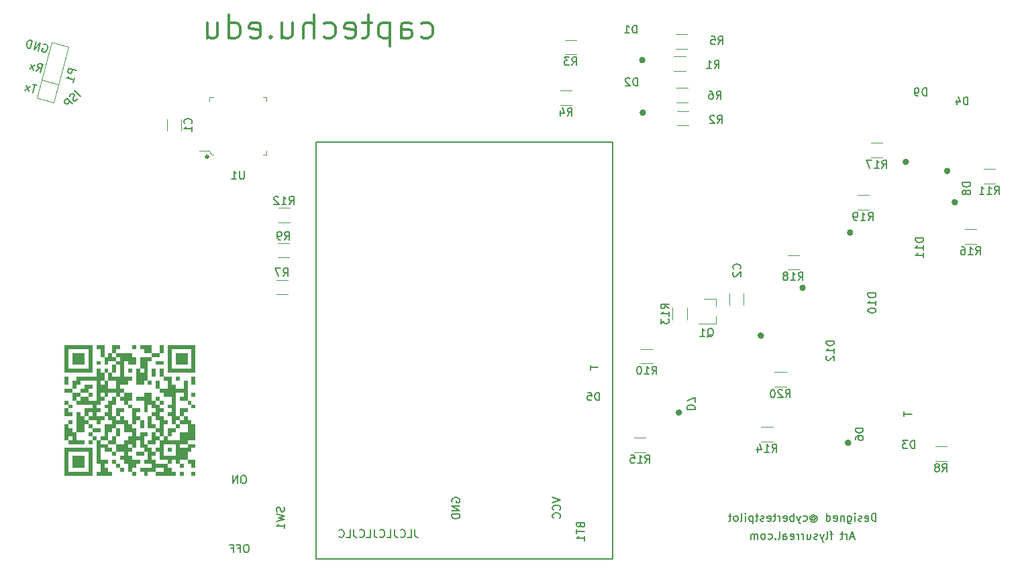
<source format=gbo>
%TF.GenerationSoftware,KiCad,Pcbnew,5.1.10-88a1d61d58~88~ubuntu20.04.1*%
%TF.CreationDate,2021-05-29T11:29:45-04:00*%
%TF.ProjectId,avBadge_2021,61764261-6467-4655-9f32-3032312e6b69,rev?*%
%TF.SameCoordinates,Original*%
%TF.FileFunction,Legend,Bot*%
%TF.FilePolarity,Positive*%
%FSLAX46Y46*%
G04 Gerber Fmt 4.6, Leading zero omitted, Abs format (unit mm)*
G04 Created by KiCad (PCBNEW 5.1.10-88a1d61d58~88~ubuntu20.04.1) date 2021-05-29 11:29:45*
%MOMM*%
%LPD*%
G01*
G04 APERTURE LIST*
%ADD10C,0.150000*%
%ADD11C,0.300000*%
%ADD12C,0.100000*%
%ADD13C,0.120000*%
%ADD14C,0.400000*%
G04 APERTURE END LIST*
D10*
X193390019Y-139765066D02*
X192913828Y-139765066D01*
X193485257Y-140050780D02*
X193151923Y-139050780D01*
X192818590Y-140050780D01*
X192485257Y-140050780D02*
X192485257Y-139384114D01*
X192485257Y-139574590D02*
X192437638Y-139479352D01*
X192390019Y-139431733D01*
X192294780Y-139384114D01*
X192199542Y-139384114D01*
X192009066Y-139384114D02*
X191628114Y-139384114D01*
X191866209Y-139050780D02*
X191866209Y-139907923D01*
X191818590Y-140003161D01*
X191723352Y-140050780D01*
X191628114Y-140050780D01*
X190675733Y-139384114D02*
X190294780Y-139384114D01*
X190532876Y-140050780D02*
X190532876Y-139193638D01*
X190485257Y-139098400D01*
X190390019Y-139050780D01*
X190294780Y-139050780D01*
X189818590Y-140050780D02*
X189913828Y-140003161D01*
X189961447Y-139907923D01*
X189961447Y-139050780D01*
X189532876Y-139384114D02*
X189294780Y-140050780D01*
X189056685Y-139384114D02*
X189294780Y-140050780D01*
X189390019Y-140288876D01*
X189437638Y-140336495D01*
X189532876Y-140384114D01*
X188723352Y-140003161D02*
X188628114Y-140050780D01*
X188437638Y-140050780D01*
X188342400Y-140003161D01*
X188294780Y-139907923D01*
X188294780Y-139860304D01*
X188342400Y-139765066D01*
X188437638Y-139717447D01*
X188580495Y-139717447D01*
X188675733Y-139669828D01*
X188723352Y-139574590D01*
X188723352Y-139526971D01*
X188675733Y-139431733D01*
X188580495Y-139384114D01*
X188437638Y-139384114D01*
X188342400Y-139431733D01*
X187437638Y-139384114D02*
X187437638Y-140050780D01*
X187866209Y-139384114D02*
X187866209Y-139907923D01*
X187818590Y-140003161D01*
X187723352Y-140050780D01*
X187580495Y-140050780D01*
X187485257Y-140003161D01*
X187437638Y-139955542D01*
X186961447Y-140050780D02*
X186961447Y-139384114D01*
X186961447Y-139574590D02*
X186913828Y-139479352D01*
X186866209Y-139431733D01*
X186770971Y-139384114D01*
X186675733Y-139384114D01*
X186342400Y-140050780D02*
X186342400Y-139384114D01*
X186342400Y-139574590D02*
X186294780Y-139479352D01*
X186247161Y-139431733D01*
X186151923Y-139384114D01*
X186056685Y-139384114D01*
X185342400Y-140003161D02*
X185437638Y-140050780D01*
X185628114Y-140050780D01*
X185723352Y-140003161D01*
X185770971Y-139907923D01*
X185770971Y-139526971D01*
X185723352Y-139431733D01*
X185628114Y-139384114D01*
X185437638Y-139384114D01*
X185342400Y-139431733D01*
X185294780Y-139526971D01*
X185294780Y-139622209D01*
X185770971Y-139717447D01*
X184437638Y-140050780D02*
X184437638Y-139526971D01*
X184485257Y-139431733D01*
X184580495Y-139384114D01*
X184770971Y-139384114D01*
X184866209Y-139431733D01*
X184437638Y-140003161D02*
X184532876Y-140050780D01*
X184770971Y-140050780D01*
X184866209Y-140003161D01*
X184913828Y-139907923D01*
X184913828Y-139812685D01*
X184866209Y-139717447D01*
X184770971Y-139669828D01*
X184532876Y-139669828D01*
X184437638Y-139622209D01*
X183818590Y-140050780D02*
X183913828Y-140003161D01*
X183961447Y-139907923D01*
X183961447Y-139050780D01*
X183437638Y-139955542D02*
X183390019Y-140003161D01*
X183437638Y-140050780D01*
X183485257Y-140003161D01*
X183437638Y-139955542D01*
X183437638Y-140050780D01*
X182532876Y-140003161D02*
X182628114Y-140050780D01*
X182818590Y-140050780D01*
X182913828Y-140003161D01*
X182961447Y-139955542D01*
X183009066Y-139860304D01*
X183009066Y-139574590D01*
X182961447Y-139479352D01*
X182913828Y-139431733D01*
X182818590Y-139384114D01*
X182628114Y-139384114D01*
X182532876Y-139431733D01*
X181961447Y-140050780D02*
X182056685Y-140003161D01*
X182104304Y-139955542D01*
X182151923Y-139860304D01*
X182151923Y-139574590D01*
X182104304Y-139479352D01*
X182056685Y-139431733D01*
X181961447Y-139384114D01*
X181818590Y-139384114D01*
X181723352Y-139431733D01*
X181675733Y-139479352D01*
X181628114Y-139574590D01*
X181628114Y-139860304D01*
X181675733Y-139955542D01*
X181723352Y-140003161D01*
X181818590Y-140050780D01*
X181961447Y-140050780D01*
X181199542Y-140050780D02*
X181199542Y-139384114D01*
X181199542Y-139479352D02*
X181151923Y-139431733D01*
X181056685Y-139384114D01*
X180913828Y-139384114D01*
X180818590Y-139431733D01*
X180770971Y-139526971D01*
X180770971Y-140050780D01*
X180770971Y-139526971D02*
X180723352Y-139431733D01*
X180628114Y-139384114D01*
X180485257Y-139384114D01*
X180390019Y-139431733D01*
X180342400Y-139526971D01*
X180342400Y-140050780D01*
D11*
X138759862Y-76621805D02*
X139045577Y-76764662D01*
X139617005Y-76764662D01*
X139902720Y-76621805D01*
X140045577Y-76478948D01*
X140188434Y-76193234D01*
X140188434Y-75336091D01*
X140045577Y-75050377D01*
X139902720Y-74907520D01*
X139617005Y-74764662D01*
X139045577Y-74764662D01*
X138759862Y-74907520D01*
X136188434Y-76764662D02*
X136188434Y-75193234D01*
X136331291Y-74907520D01*
X136617005Y-74764662D01*
X137188434Y-74764662D01*
X137474148Y-74907520D01*
X136188434Y-76621805D02*
X136474148Y-76764662D01*
X137188434Y-76764662D01*
X137474148Y-76621805D01*
X137617005Y-76336091D01*
X137617005Y-76050377D01*
X137474148Y-75764662D01*
X137188434Y-75621805D01*
X136474148Y-75621805D01*
X136188434Y-75478948D01*
X134759862Y-74764662D02*
X134759862Y-77764662D01*
X134759862Y-74907520D02*
X134474148Y-74764662D01*
X133902720Y-74764662D01*
X133617005Y-74907520D01*
X133474148Y-75050377D01*
X133331291Y-75336091D01*
X133331291Y-76193234D01*
X133474148Y-76478948D01*
X133617005Y-76621805D01*
X133902720Y-76764662D01*
X134474148Y-76764662D01*
X134759862Y-76621805D01*
X132474148Y-74764662D02*
X131331291Y-74764662D01*
X132045577Y-73764662D02*
X132045577Y-76336091D01*
X131902720Y-76621805D01*
X131617005Y-76764662D01*
X131331291Y-76764662D01*
X129188434Y-76621805D02*
X129474148Y-76764662D01*
X130045577Y-76764662D01*
X130331291Y-76621805D01*
X130474148Y-76336091D01*
X130474148Y-75193234D01*
X130331291Y-74907520D01*
X130045577Y-74764662D01*
X129474148Y-74764662D01*
X129188434Y-74907520D01*
X129045577Y-75193234D01*
X129045577Y-75478948D01*
X130474148Y-75764662D01*
X126474148Y-76621805D02*
X126759862Y-76764662D01*
X127331291Y-76764662D01*
X127617005Y-76621805D01*
X127759862Y-76478948D01*
X127902720Y-76193234D01*
X127902720Y-75336091D01*
X127759862Y-75050377D01*
X127617005Y-74907520D01*
X127331291Y-74764662D01*
X126759862Y-74764662D01*
X126474148Y-74907520D01*
X125188434Y-76764662D02*
X125188434Y-73764662D01*
X123902720Y-76764662D02*
X123902720Y-75193234D01*
X124045577Y-74907520D01*
X124331291Y-74764662D01*
X124759862Y-74764662D01*
X125045577Y-74907520D01*
X125188434Y-75050377D01*
X121188434Y-74764662D02*
X121188434Y-76764662D01*
X122474148Y-74764662D02*
X122474148Y-76336091D01*
X122331291Y-76621805D01*
X122045577Y-76764662D01*
X121617005Y-76764662D01*
X121331291Y-76621805D01*
X121188434Y-76478948D01*
X119759862Y-76478948D02*
X119617005Y-76621805D01*
X119759862Y-76764662D01*
X119902720Y-76621805D01*
X119759862Y-76478948D01*
X119759862Y-76764662D01*
X117188434Y-76621805D02*
X117474148Y-76764662D01*
X118045577Y-76764662D01*
X118331291Y-76621805D01*
X118474148Y-76336091D01*
X118474148Y-75193234D01*
X118331291Y-74907520D01*
X118045577Y-74764662D01*
X117474148Y-74764662D01*
X117188434Y-74907520D01*
X117045577Y-75193234D01*
X117045577Y-75478948D01*
X118474148Y-75764662D01*
X114474148Y-76764662D02*
X114474148Y-73764662D01*
X114474148Y-76621805D02*
X114759862Y-76764662D01*
X115331291Y-76764662D01*
X115617005Y-76621805D01*
X115759862Y-76478948D01*
X115902720Y-76193234D01*
X115902720Y-75336091D01*
X115759862Y-75050377D01*
X115617005Y-74907520D01*
X115331291Y-74764662D01*
X114759862Y-74764662D01*
X114474148Y-74907520D01*
X111759862Y-74764662D02*
X111759862Y-76764662D01*
X113045577Y-74764662D02*
X113045577Y-76336091D01*
X112902720Y-76621805D01*
X112617005Y-76764662D01*
X112188434Y-76764662D01*
X111902720Y-76621805D01*
X111759862Y-76478948D01*
D10*
X95741992Y-84079530D02*
X95034885Y-83372423D01*
X95405275Y-84348904D02*
X95337931Y-84483591D01*
X95169572Y-84651950D01*
X95068557Y-84685622D01*
X95001214Y-84685622D01*
X94900198Y-84651950D01*
X94832855Y-84584607D01*
X94799183Y-84483591D01*
X94799183Y-84416248D01*
X94832855Y-84315232D01*
X94933870Y-84146874D01*
X94967542Y-84045858D01*
X94967542Y-83978515D01*
X94933870Y-83877500D01*
X94866527Y-83810156D01*
X94765511Y-83776484D01*
X94698168Y-83776484D01*
X94597152Y-83810156D01*
X94428794Y-83978515D01*
X94361450Y-84113202D01*
X94731840Y-85089683D02*
X94024733Y-84382576D01*
X93755359Y-84651950D01*
X93721687Y-84752965D01*
X93721687Y-84820309D01*
X93755359Y-84921324D01*
X93856374Y-85022339D01*
X93957389Y-85056011D01*
X94024733Y-85056011D01*
X94125748Y-85022339D01*
X94395122Y-84752965D01*
X137958887Y-138822180D02*
X137958887Y-139536466D01*
X138006506Y-139679323D01*
X138101744Y-139774561D01*
X138244601Y-139822180D01*
X138339840Y-139822180D01*
X137006506Y-139822180D02*
X137482697Y-139822180D01*
X137482697Y-138822180D01*
X136101744Y-139726942D02*
X136149363Y-139774561D01*
X136292220Y-139822180D01*
X136387459Y-139822180D01*
X136530316Y-139774561D01*
X136625554Y-139679323D01*
X136673173Y-139584085D01*
X136720792Y-139393609D01*
X136720792Y-139250752D01*
X136673173Y-139060276D01*
X136625554Y-138965038D01*
X136530316Y-138869800D01*
X136387459Y-138822180D01*
X136292220Y-138822180D01*
X136149363Y-138869800D01*
X136101744Y-138917419D01*
X135387459Y-138822180D02*
X135387459Y-139536466D01*
X135435078Y-139679323D01*
X135530316Y-139774561D01*
X135673173Y-139822180D01*
X135768411Y-139822180D01*
X134435078Y-139822180D02*
X134911268Y-139822180D01*
X134911268Y-138822180D01*
X133530316Y-139726942D02*
X133577935Y-139774561D01*
X133720792Y-139822180D01*
X133816030Y-139822180D01*
X133958887Y-139774561D01*
X134054125Y-139679323D01*
X134101744Y-139584085D01*
X134149363Y-139393609D01*
X134149363Y-139250752D01*
X134101744Y-139060276D01*
X134054125Y-138965038D01*
X133958887Y-138869800D01*
X133816030Y-138822180D01*
X133720792Y-138822180D01*
X133577935Y-138869800D01*
X133530316Y-138917419D01*
X132816030Y-138822180D02*
X132816030Y-139536466D01*
X132863649Y-139679323D01*
X132958887Y-139774561D01*
X133101744Y-139822180D01*
X133196982Y-139822180D01*
X131863649Y-139822180D02*
X132339840Y-139822180D01*
X132339840Y-138822180D01*
X130958887Y-139726942D02*
X131006506Y-139774561D01*
X131149363Y-139822180D01*
X131244601Y-139822180D01*
X131387459Y-139774561D01*
X131482697Y-139679323D01*
X131530316Y-139584085D01*
X131577935Y-139393609D01*
X131577935Y-139250752D01*
X131530316Y-139060276D01*
X131482697Y-138965038D01*
X131387459Y-138869800D01*
X131244601Y-138822180D01*
X131149363Y-138822180D01*
X131006506Y-138869800D01*
X130958887Y-138917419D01*
X130244601Y-138822180D02*
X130244601Y-139536466D01*
X130292220Y-139679323D01*
X130387459Y-139774561D01*
X130530316Y-139822180D01*
X130625554Y-139822180D01*
X129292220Y-139822180D02*
X129768411Y-139822180D01*
X129768411Y-138822180D01*
X128387459Y-139726942D02*
X128435078Y-139774561D01*
X128577935Y-139822180D01*
X128673173Y-139822180D01*
X128816030Y-139774561D01*
X128911268Y-139679323D01*
X128958887Y-139584085D01*
X129006506Y-139393609D01*
X129006506Y-139250752D01*
X128958887Y-139060276D01*
X128911268Y-138965038D01*
X128816030Y-138869800D01*
X128673173Y-138822180D01*
X128577935Y-138822180D01*
X128435078Y-138869800D01*
X128387459Y-138917419D01*
X196128324Y-137759700D02*
X196128324Y-136759700D01*
X195890229Y-136759700D01*
X195747372Y-136807320D01*
X195652134Y-136902558D01*
X195604515Y-136997796D01*
X195556896Y-137188272D01*
X195556896Y-137331129D01*
X195604515Y-137521605D01*
X195652134Y-137616843D01*
X195747372Y-137712081D01*
X195890229Y-137759700D01*
X196128324Y-137759700D01*
X194747372Y-137712081D02*
X194842610Y-137759700D01*
X195033086Y-137759700D01*
X195128324Y-137712081D01*
X195175943Y-137616843D01*
X195175943Y-137235891D01*
X195128324Y-137140653D01*
X195033086Y-137093034D01*
X194842610Y-137093034D01*
X194747372Y-137140653D01*
X194699753Y-137235891D01*
X194699753Y-137331129D01*
X195175943Y-137426367D01*
X194318800Y-137712081D02*
X194223562Y-137759700D01*
X194033086Y-137759700D01*
X193937848Y-137712081D01*
X193890229Y-137616843D01*
X193890229Y-137569224D01*
X193937848Y-137473986D01*
X194033086Y-137426367D01*
X194175943Y-137426367D01*
X194271181Y-137378748D01*
X194318800Y-137283510D01*
X194318800Y-137235891D01*
X194271181Y-137140653D01*
X194175943Y-137093034D01*
X194033086Y-137093034D01*
X193937848Y-137140653D01*
X193461658Y-137759700D02*
X193461658Y-137093034D01*
X193461658Y-136759700D02*
X193509277Y-136807320D01*
X193461658Y-136854939D01*
X193414039Y-136807320D01*
X193461658Y-136759700D01*
X193461658Y-136854939D01*
X192556896Y-137093034D02*
X192556896Y-137902558D01*
X192604515Y-137997796D01*
X192652134Y-138045415D01*
X192747372Y-138093034D01*
X192890229Y-138093034D01*
X192985467Y-138045415D01*
X192556896Y-137712081D02*
X192652134Y-137759700D01*
X192842610Y-137759700D01*
X192937848Y-137712081D01*
X192985467Y-137664462D01*
X193033086Y-137569224D01*
X193033086Y-137283510D01*
X192985467Y-137188272D01*
X192937848Y-137140653D01*
X192842610Y-137093034D01*
X192652134Y-137093034D01*
X192556896Y-137140653D01*
X192080705Y-137093034D02*
X192080705Y-137759700D01*
X192080705Y-137188272D02*
X192033086Y-137140653D01*
X191937848Y-137093034D01*
X191794991Y-137093034D01*
X191699753Y-137140653D01*
X191652134Y-137235891D01*
X191652134Y-137759700D01*
X190794991Y-137712081D02*
X190890229Y-137759700D01*
X191080705Y-137759700D01*
X191175943Y-137712081D01*
X191223562Y-137616843D01*
X191223562Y-137235891D01*
X191175943Y-137140653D01*
X191080705Y-137093034D01*
X190890229Y-137093034D01*
X190794991Y-137140653D01*
X190747372Y-137235891D01*
X190747372Y-137331129D01*
X191223562Y-137426367D01*
X189890229Y-137759700D02*
X189890229Y-136759700D01*
X189890229Y-137712081D02*
X189985467Y-137759700D01*
X190175943Y-137759700D01*
X190271181Y-137712081D01*
X190318800Y-137664462D01*
X190366420Y-137569224D01*
X190366420Y-137283510D01*
X190318800Y-137188272D01*
X190271181Y-137140653D01*
X190175943Y-137093034D01*
X189985467Y-137093034D01*
X189890229Y-137140653D01*
X188033086Y-137283510D02*
X188080705Y-137235891D01*
X188175943Y-137188272D01*
X188271181Y-137188272D01*
X188366420Y-137235891D01*
X188414039Y-137283510D01*
X188461658Y-137378748D01*
X188461658Y-137473986D01*
X188414039Y-137569224D01*
X188366420Y-137616843D01*
X188271181Y-137664462D01*
X188175943Y-137664462D01*
X188080705Y-137616843D01*
X188033086Y-137569224D01*
X188033086Y-137188272D02*
X188033086Y-137569224D01*
X187985467Y-137616843D01*
X187937848Y-137616843D01*
X187842610Y-137569224D01*
X187794991Y-137473986D01*
X187794991Y-137235891D01*
X187890229Y-137093034D01*
X188033086Y-136997796D01*
X188223562Y-136950177D01*
X188414039Y-136997796D01*
X188556896Y-137093034D01*
X188652134Y-137235891D01*
X188699753Y-137426367D01*
X188652134Y-137616843D01*
X188556896Y-137759700D01*
X188414039Y-137854939D01*
X188223562Y-137902558D01*
X188033086Y-137854939D01*
X187890229Y-137759700D01*
X186937848Y-137712081D02*
X187033086Y-137759700D01*
X187223562Y-137759700D01*
X187318800Y-137712081D01*
X187366420Y-137664462D01*
X187414039Y-137569224D01*
X187414039Y-137283510D01*
X187366420Y-137188272D01*
X187318800Y-137140653D01*
X187223562Y-137093034D01*
X187033086Y-137093034D01*
X186937848Y-137140653D01*
X186604515Y-137093034D02*
X186366420Y-137759700D01*
X186128324Y-137093034D02*
X186366420Y-137759700D01*
X186461658Y-137997796D01*
X186509277Y-138045415D01*
X186604515Y-138093034D01*
X185747372Y-137759700D02*
X185747372Y-136759700D01*
X185747372Y-137140653D02*
X185652134Y-137093034D01*
X185461658Y-137093034D01*
X185366420Y-137140653D01*
X185318800Y-137188272D01*
X185271181Y-137283510D01*
X185271181Y-137569224D01*
X185318800Y-137664462D01*
X185366420Y-137712081D01*
X185461658Y-137759700D01*
X185652134Y-137759700D01*
X185747372Y-137712081D01*
X184461658Y-137712081D02*
X184556896Y-137759700D01*
X184747372Y-137759700D01*
X184842610Y-137712081D01*
X184890229Y-137616843D01*
X184890229Y-137235891D01*
X184842610Y-137140653D01*
X184747372Y-137093034D01*
X184556896Y-137093034D01*
X184461658Y-137140653D01*
X184414039Y-137235891D01*
X184414039Y-137331129D01*
X184890229Y-137426367D01*
X183985467Y-137759700D02*
X183985467Y-137093034D01*
X183985467Y-137283510D02*
X183937848Y-137188272D01*
X183890229Y-137140653D01*
X183794991Y-137093034D01*
X183699753Y-137093034D01*
X183509277Y-137093034D02*
X183128324Y-137093034D01*
X183366420Y-136759700D02*
X183366420Y-137616843D01*
X183318800Y-137712081D01*
X183223562Y-137759700D01*
X183128324Y-137759700D01*
X182414039Y-137712081D02*
X182509277Y-137759700D01*
X182699753Y-137759700D01*
X182794991Y-137712081D01*
X182842610Y-137616843D01*
X182842610Y-137235891D01*
X182794991Y-137140653D01*
X182699753Y-137093034D01*
X182509277Y-137093034D01*
X182414039Y-137140653D01*
X182366420Y-137235891D01*
X182366420Y-137331129D01*
X182842610Y-137426367D01*
X181985467Y-137712081D02*
X181890229Y-137759700D01*
X181699753Y-137759700D01*
X181604515Y-137712081D01*
X181556896Y-137616843D01*
X181556896Y-137569224D01*
X181604515Y-137473986D01*
X181699753Y-137426367D01*
X181842610Y-137426367D01*
X181937848Y-137378748D01*
X181985467Y-137283510D01*
X181985467Y-137235891D01*
X181937848Y-137140653D01*
X181842610Y-137093034D01*
X181699753Y-137093034D01*
X181604515Y-137140653D01*
X181271181Y-137093034D02*
X180890229Y-137093034D01*
X181128324Y-136759700D02*
X181128324Y-137616843D01*
X181080705Y-137712081D01*
X180985467Y-137759700D01*
X180890229Y-137759700D01*
X180556896Y-137093034D02*
X180556896Y-138093034D01*
X180556896Y-137140653D02*
X180461658Y-137093034D01*
X180271181Y-137093034D01*
X180175943Y-137140653D01*
X180128324Y-137188272D01*
X180080705Y-137283510D01*
X180080705Y-137569224D01*
X180128324Y-137664462D01*
X180175943Y-137712081D01*
X180271181Y-137759700D01*
X180461658Y-137759700D01*
X180556896Y-137712081D01*
X179652134Y-137759700D02*
X179652134Y-137093034D01*
X179652134Y-136759700D02*
X179699753Y-136807320D01*
X179652134Y-136854939D01*
X179604515Y-136807320D01*
X179652134Y-136759700D01*
X179652134Y-136854939D01*
X179033086Y-137759700D02*
X179128324Y-137712081D01*
X179175943Y-137616843D01*
X179175943Y-136759700D01*
X178509277Y-137759700D02*
X178604515Y-137712081D01*
X178652134Y-137664462D01*
X178699753Y-137569224D01*
X178699753Y-137283510D01*
X178652134Y-137188272D01*
X178604515Y-137140653D01*
X178509277Y-137093034D01*
X178366420Y-137093034D01*
X178271181Y-137140653D01*
X178223562Y-137188272D01*
X178175943Y-137283510D01*
X178175943Y-137569224D01*
X178223562Y-137664462D01*
X178271181Y-137712081D01*
X178366420Y-137759700D01*
X178509277Y-137759700D01*
X177890229Y-137093034D02*
X177509277Y-137093034D01*
X177747372Y-136759700D02*
X177747372Y-137616843D01*
X177699753Y-137712081D01*
X177604515Y-137759700D01*
X177509277Y-137759700D01*
D12*
%TO.C,QR\u002A\u002A\u002A\u002A\u002A*%
G36*
X110265480Y-132023120D02*
G01*
X109765480Y-132023120D01*
X109765480Y-131523120D01*
X110265480Y-131523120D01*
X110265480Y-132023120D01*
G37*
G36*
X110265480Y-131023120D02*
G01*
X109765480Y-131023120D01*
X109765480Y-130523120D01*
X110265480Y-130523120D01*
X110265480Y-131023120D01*
G37*
G36*
X110265480Y-130523120D02*
G01*
X109765480Y-130523120D01*
X109765480Y-130023120D01*
X110265480Y-130023120D01*
X110265480Y-130523120D01*
G37*
G36*
X110265480Y-128523120D02*
G01*
X109765480Y-128523120D01*
X109765480Y-128023120D01*
X110265480Y-128023120D01*
X110265480Y-128523120D01*
G37*
G36*
X110265480Y-127523120D02*
G01*
X109765480Y-127523120D01*
X109765480Y-127023120D01*
X110265480Y-127023120D01*
X110265480Y-127523120D01*
G37*
G36*
X110265480Y-127023120D02*
G01*
X109765480Y-127023120D01*
X109765480Y-126523120D01*
X110265480Y-126523120D01*
X110265480Y-127023120D01*
G37*
G36*
X110265480Y-126523120D02*
G01*
X109765480Y-126523120D01*
X109765480Y-126023120D01*
X110265480Y-126023120D01*
X110265480Y-126523120D01*
G37*
G36*
X110265480Y-126023120D02*
G01*
X109765480Y-126023120D01*
X109765480Y-125523120D01*
X110265480Y-125523120D01*
X110265480Y-126023120D01*
G37*
G36*
X110265480Y-123523120D02*
G01*
X109765480Y-123523120D01*
X109765480Y-123023120D01*
X110265480Y-123023120D01*
X110265480Y-123523120D01*
G37*
G36*
X110265480Y-122023120D02*
G01*
X109765480Y-122023120D01*
X109765480Y-121523120D01*
X110265480Y-121523120D01*
X110265480Y-122023120D01*
G37*
G36*
X110265480Y-120523120D02*
G01*
X109765480Y-120523120D01*
X109765480Y-120023120D01*
X110265480Y-120023120D01*
X110265480Y-120523120D01*
G37*
G36*
X110265480Y-120023120D02*
G01*
X109765480Y-120023120D01*
X109765480Y-119523120D01*
X110265480Y-119523120D01*
X110265480Y-120023120D01*
G37*
G36*
X110265480Y-119023120D02*
G01*
X109765480Y-119023120D01*
X109765480Y-118523120D01*
X110265480Y-118523120D01*
X110265480Y-119023120D01*
G37*
G36*
X110265480Y-118523120D02*
G01*
X109765480Y-118523120D01*
X109765480Y-118023120D01*
X110265480Y-118023120D01*
X110265480Y-118523120D01*
G37*
G36*
X110265480Y-118023120D02*
G01*
X109765480Y-118023120D01*
X109765480Y-117523120D01*
X110265480Y-117523120D01*
X110265480Y-118023120D01*
G37*
G36*
X110265480Y-117523120D02*
G01*
X109765480Y-117523120D01*
X109765480Y-117023120D01*
X110265480Y-117023120D01*
X110265480Y-117523120D01*
G37*
G36*
X110265480Y-117023120D02*
G01*
X109765480Y-117023120D01*
X109765480Y-116523120D01*
X110265480Y-116523120D01*
X110265480Y-117023120D01*
G37*
G36*
X110265480Y-116523120D02*
G01*
X109765480Y-116523120D01*
X109765480Y-116023120D01*
X110265480Y-116023120D01*
X110265480Y-116523120D01*
G37*
G36*
X110265480Y-116023120D02*
G01*
X109765480Y-116023120D01*
X109765480Y-115523120D01*
X110265480Y-115523120D01*
X110265480Y-116023120D01*
G37*
G36*
X109765480Y-130523120D02*
G01*
X109265480Y-130523120D01*
X109265480Y-130023120D01*
X109765480Y-130023120D01*
X109765480Y-130523120D01*
G37*
G36*
X109765480Y-129023120D02*
G01*
X109265480Y-129023120D01*
X109265480Y-128523120D01*
X109765480Y-128523120D01*
X109765480Y-129023120D01*
G37*
G36*
X109765480Y-128523120D02*
G01*
X109265480Y-128523120D01*
X109265480Y-128023120D01*
X109765480Y-128023120D01*
X109765480Y-128523120D01*
G37*
G36*
X109765480Y-127523120D02*
G01*
X109265480Y-127523120D01*
X109265480Y-127023120D01*
X109765480Y-127023120D01*
X109765480Y-127523120D01*
G37*
G36*
X109765480Y-127023120D02*
G01*
X109265480Y-127023120D01*
X109265480Y-126523120D01*
X109765480Y-126523120D01*
X109765480Y-127023120D01*
G37*
G36*
X109765480Y-126523120D02*
G01*
X109265480Y-126523120D01*
X109265480Y-126023120D01*
X109765480Y-126023120D01*
X109765480Y-126523120D01*
G37*
G36*
X109765480Y-126023120D02*
G01*
X109265480Y-126023120D01*
X109265480Y-125523120D01*
X109765480Y-125523120D01*
X109765480Y-126023120D01*
G37*
G36*
X109765480Y-125523120D02*
G01*
X109265480Y-125523120D01*
X109265480Y-125023120D01*
X109765480Y-125023120D01*
X109765480Y-125523120D01*
G37*
G36*
X109765480Y-123023120D02*
G01*
X109265480Y-123023120D01*
X109265480Y-122523120D01*
X109765480Y-122523120D01*
X109765480Y-123023120D01*
G37*
G36*
X109765480Y-119023120D02*
G01*
X109265480Y-119023120D01*
X109265480Y-118523120D01*
X109765480Y-118523120D01*
X109765480Y-119023120D01*
G37*
G36*
X109765480Y-116023120D02*
G01*
X109265480Y-116023120D01*
X109265480Y-115523120D01*
X109765480Y-115523120D01*
X109765480Y-116023120D01*
G37*
G36*
X109265480Y-130023120D02*
G01*
X108765480Y-130023120D01*
X108765480Y-129523120D01*
X109265480Y-129523120D01*
X109265480Y-130023120D01*
G37*
G36*
X109265480Y-129523120D02*
G01*
X108765480Y-129523120D01*
X108765480Y-129023120D01*
X109265480Y-129023120D01*
X109265480Y-129523120D01*
G37*
G36*
X109265480Y-129023120D02*
G01*
X108765480Y-129023120D01*
X108765480Y-128523120D01*
X109265480Y-128523120D01*
X109265480Y-129023120D01*
G37*
G36*
X109265480Y-128023120D02*
G01*
X108765480Y-128023120D01*
X108765480Y-127523120D01*
X109265480Y-127523120D01*
X109265480Y-128023120D01*
G37*
G36*
X109265480Y-127523120D02*
G01*
X108765480Y-127523120D01*
X108765480Y-127023120D01*
X109265480Y-127023120D01*
X109265480Y-127523120D01*
G37*
G36*
X109265480Y-127023120D02*
G01*
X108765480Y-127023120D01*
X108765480Y-126523120D01*
X109265480Y-126523120D01*
X109265480Y-127023120D01*
G37*
G36*
X109265480Y-125523120D02*
G01*
X108765480Y-125523120D01*
X108765480Y-125023120D01*
X109265480Y-125023120D01*
X109265480Y-125523120D01*
G37*
G36*
X109265480Y-125023120D02*
G01*
X108765480Y-125023120D01*
X108765480Y-124523120D01*
X109265480Y-124523120D01*
X109265480Y-125023120D01*
G37*
G36*
X109265480Y-124023120D02*
G01*
X108765480Y-124023120D01*
X108765480Y-123523120D01*
X109265480Y-123523120D01*
X109265480Y-124023120D01*
G37*
G36*
X109265480Y-122523120D02*
G01*
X108765480Y-122523120D01*
X108765480Y-122023120D01*
X109265480Y-122023120D01*
X109265480Y-122523120D01*
G37*
G36*
X109265480Y-122023120D02*
G01*
X108765480Y-122023120D01*
X108765480Y-121523120D01*
X109265480Y-121523120D01*
X109265480Y-122023120D01*
G37*
G36*
X109265480Y-121523120D02*
G01*
X108765480Y-121523120D01*
X108765480Y-121023120D01*
X109265480Y-121023120D01*
X109265480Y-121523120D01*
G37*
G36*
X109265480Y-121023120D02*
G01*
X108765480Y-121023120D01*
X108765480Y-120523120D01*
X109265480Y-120523120D01*
X109265480Y-121023120D01*
G37*
G36*
X109265480Y-120523120D02*
G01*
X108765480Y-120523120D01*
X108765480Y-120023120D01*
X109265480Y-120023120D01*
X109265480Y-120523120D01*
G37*
G36*
X109265480Y-119023120D02*
G01*
X108765480Y-119023120D01*
X108765480Y-118523120D01*
X109265480Y-118523120D01*
X109265480Y-119023120D01*
G37*
G36*
X109265480Y-118023120D02*
G01*
X108765480Y-118023120D01*
X108765480Y-117523120D01*
X109265480Y-117523120D01*
X109265480Y-118023120D01*
G37*
G36*
X109265480Y-117523120D02*
G01*
X108765480Y-117523120D01*
X108765480Y-117023120D01*
X109265480Y-117023120D01*
X109265480Y-117523120D01*
G37*
G36*
X109265480Y-117023120D02*
G01*
X108765480Y-117023120D01*
X108765480Y-116523120D01*
X109265480Y-116523120D01*
X109265480Y-117023120D01*
G37*
G36*
X109265480Y-116023120D02*
G01*
X108765480Y-116023120D01*
X108765480Y-115523120D01*
X109265480Y-115523120D01*
X109265480Y-116023120D01*
G37*
G36*
X108765480Y-132023120D02*
G01*
X108265480Y-132023120D01*
X108265480Y-131523120D01*
X108765480Y-131523120D01*
X108765480Y-132023120D01*
G37*
G36*
X108765480Y-131023120D02*
G01*
X108265480Y-131023120D01*
X108265480Y-130523120D01*
X108765480Y-130523120D01*
X108765480Y-131023120D01*
G37*
G36*
X108765480Y-130023120D02*
G01*
X108265480Y-130023120D01*
X108265480Y-129523120D01*
X108765480Y-129523120D01*
X108765480Y-130023120D01*
G37*
G36*
X108765480Y-129523120D02*
G01*
X108265480Y-129523120D01*
X108265480Y-129023120D01*
X108765480Y-129023120D01*
X108765480Y-129523120D01*
G37*
G36*
X108765480Y-129023120D02*
G01*
X108265480Y-129023120D01*
X108265480Y-128523120D01*
X108765480Y-128523120D01*
X108765480Y-129023120D01*
G37*
G36*
X108765480Y-128023120D02*
G01*
X108265480Y-128023120D01*
X108265480Y-127523120D01*
X108765480Y-127523120D01*
X108765480Y-128023120D01*
G37*
G36*
X108765480Y-127523120D02*
G01*
X108265480Y-127523120D01*
X108265480Y-127023120D01*
X108765480Y-127023120D01*
X108765480Y-127523120D01*
G37*
G36*
X108765480Y-127023120D02*
G01*
X108265480Y-127023120D01*
X108265480Y-126523120D01*
X108765480Y-126523120D01*
X108765480Y-127023120D01*
G37*
G36*
X108765480Y-125523120D02*
G01*
X108265480Y-125523120D01*
X108265480Y-125023120D01*
X108765480Y-125023120D01*
X108765480Y-125523120D01*
G37*
G36*
X108765480Y-124523120D02*
G01*
X108265480Y-124523120D01*
X108265480Y-124023120D01*
X108765480Y-124023120D01*
X108765480Y-124523120D01*
G37*
G36*
X108765480Y-124023120D02*
G01*
X108265480Y-124023120D01*
X108265480Y-123523120D01*
X108765480Y-123523120D01*
X108765480Y-124023120D01*
G37*
G36*
X108765480Y-122523120D02*
G01*
X108265480Y-122523120D01*
X108265480Y-122023120D01*
X108765480Y-122023120D01*
X108765480Y-122523120D01*
G37*
G36*
X108765480Y-121523120D02*
G01*
X108265480Y-121523120D01*
X108265480Y-121023120D01*
X108765480Y-121023120D01*
X108765480Y-121523120D01*
G37*
G36*
X108765480Y-119023120D02*
G01*
X108265480Y-119023120D01*
X108265480Y-118523120D01*
X108765480Y-118523120D01*
X108765480Y-119023120D01*
G37*
G36*
X108765480Y-118023120D02*
G01*
X108265480Y-118023120D01*
X108265480Y-117523120D01*
X108765480Y-117523120D01*
X108765480Y-118023120D01*
G37*
G36*
X108765480Y-117523120D02*
G01*
X108265480Y-117523120D01*
X108265480Y-117023120D01*
X108765480Y-117023120D01*
X108765480Y-117523120D01*
G37*
G36*
X108765480Y-117023120D02*
G01*
X108265480Y-117023120D01*
X108265480Y-116523120D01*
X108765480Y-116523120D01*
X108765480Y-117023120D01*
G37*
G36*
X108765480Y-116023120D02*
G01*
X108265480Y-116023120D01*
X108265480Y-115523120D01*
X108765480Y-115523120D01*
X108765480Y-116023120D01*
G37*
G36*
X108265480Y-130523120D02*
G01*
X107765480Y-130523120D01*
X107765480Y-130023120D01*
X108265480Y-130023120D01*
X108265480Y-130523120D01*
G37*
G36*
X108265480Y-130023120D02*
G01*
X107765480Y-130023120D01*
X107765480Y-129523120D01*
X108265480Y-129523120D01*
X108265480Y-130023120D01*
G37*
G36*
X108265480Y-129523120D02*
G01*
X107765480Y-129523120D01*
X107765480Y-129023120D01*
X108265480Y-129023120D01*
X108265480Y-129523120D01*
G37*
G36*
X108265480Y-129023120D02*
G01*
X107765480Y-129023120D01*
X107765480Y-128523120D01*
X108265480Y-128523120D01*
X108265480Y-129023120D01*
G37*
G36*
X108265480Y-128523120D02*
G01*
X107765480Y-128523120D01*
X107765480Y-128023120D01*
X108265480Y-128023120D01*
X108265480Y-128523120D01*
G37*
G36*
X108265480Y-128023120D02*
G01*
X107765480Y-128023120D01*
X107765480Y-127523120D01*
X108265480Y-127523120D01*
X108265480Y-128023120D01*
G37*
G36*
X108265480Y-126023120D02*
G01*
X107765480Y-126023120D01*
X107765480Y-125523120D01*
X108265480Y-125523120D01*
X108265480Y-126023120D01*
G37*
G36*
X108265480Y-125023120D02*
G01*
X107765480Y-125023120D01*
X107765480Y-124523120D01*
X108265480Y-124523120D01*
X108265480Y-125023120D01*
G37*
G36*
X108265480Y-121523120D02*
G01*
X107765480Y-121523120D01*
X107765480Y-121023120D01*
X108265480Y-121023120D01*
X108265480Y-121523120D01*
G37*
G36*
X108265480Y-120023120D02*
G01*
X107765480Y-120023120D01*
X107765480Y-119523120D01*
X108265480Y-119523120D01*
X108265480Y-120023120D01*
G37*
G36*
X108265480Y-119023120D02*
G01*
X107765480Y-119023120D01*
X107765480Y-118523120D01*
X108265480Y-118523120D01*
X108265480Y-119023120D01*
G37*
G36*
X108265480Y-118023120D02*
G01*
X107765480Y-118023120D01*
X107765480Y-117523120D01*
X108265480Y-117523120D01*
X108265480Y-118023120D01*
G37*
G36*
X108265480Y-117523120D02*
G01*
X107765480Y-117523120D01*
X107765480Y-117023120D01*
X108265480Y-117023120D01*
X108265480Y-117523120D01*
G37*
G36*
X108265480Y-117023120D02*
G01*
X107765480Y-117023120D01*
X107765480Y-116523120D01*
X108265480Y-116523120D01*
X108265480Y-117023120D01*
G37*
G36*
X108265480Y-116023120D02*
G01*
X107765480Y-116023120D01*
X107765480Y-115523120D01*
X108265480Y-115523120D01*
X108265480Y-116023120D01*
G37*
G36*
X107765480Y-132023120D02*
G01*
X107265480Y-132023120D01*
X107265480Y-131523120D01*
X107765480Y-131523120D01*
X107765480Y-132023120D01*
G37*
G36*
X107765480Y-130023120D02*
G01*
X107265480Y-130023120D01*
X107265480Y-129523120D01*
X107765480Y-129523120D01*
X107765480Y-130023120D01*
G37*
G36*
X107765480Y-128023120D02*
G01*
X107265480Y-128023120D01*
X107265480Y-127523120D01*
X107765480Y-127523120D01*
X107765480Y-128023120D01*
G37*
G36*
X107765480Y-126523120D02*
G01*
X107265480Y-126523120D01*
X107265480Y-126023120D01*
X107765480Y-126023120D01*
X107765480Y-126523120D01*
G37*
G36*
X107765480Y-125523120D02*
G01*
X107265480Y-125523120D01*
X107265480Y-125023120D01*
X107765480Y-125023120D01*
X107765480Y-125523120D01*
G37*
G36*
X107765480Y-125023120D02*
G01*
X107265480Y-125023120D01*
X107265480Y-124523120D01*
X107765480Y-124523120D01*
X107765480Y-125023120D01*
G37*
G36*
X107765480Y-124523120D02*
G01*
X107265480Y-124523120D01*
X107265480Y-124023120D01*
X107765480Y-124023120D01*
X107765480Y-124523120D01*
G37*
G36*
X107765480Y-124023120D02*
G01*
X107265480Y-124023120D01*
X107265480Y-123523120D01*
X107765480Y-123523120D01*
X107765480Y-124023120D01*
G37*
G36*
X107765480Y-123523120D02*
G01*
X107265480Y-123523120D01*
X107265480Y-123023120D01*
X107765480Y-123023120D01*
X107765480Y-123523120D01*
G37*
G36*
X107765480Y-123023120D02*
G01*
X107265480Y-123023120D01*
X107265480Y-122523120D01*
X107765480Y-122523120D01*
X107765480Y-123023120D01*
G37*
G36*
X107765480Y-122523120D02*
G01*
X107265480Y-122523120D01*
X107265480Y-122023120D01*
X107765480Y-122023120D01*
X107765480Y-122523120D01*
G37*
G36*
X107765480Y-122023120D02*
G01*
X107265480Y-122023120D01*
X107265480Y-121523120D01*
X107765480Y-121523120D01*
X107765480Y-122023120D01*
G37*
G36*
X107765480Y-121523120D02*
G01*
X107265480Y-121523120D01*
X107265480Y-121023120D01*
X107765480Y-121023120D01*
X107765480Y-121523120D01*
G37*
G36*
X107765480Y-121023120D02*
G01*
X107265480Y-121023120D01*
X107265480Y-120523120D01*
X107765480Y-120523120D01*
X107765480Y-121023120D01*
G37*
G36*
X107765480Y-119023120D02*
G01*
X107265480Y-119023120D01*
X107265480Y-118523120D01*
X107765480Y-118523120D01*
X107765480Y-119023120D01*
G37*
G36*
X107765480Y-116023120D02*
G01*
X107265480Y-116023120D01*
X107265480Y-115523120D01*
X107765480Y-115523120D01*
X107765480Y-116023120D01*
G37*
G36*
X107265480Y-132023120D02*
G01*
X106765480Y-132023120D01*
X106765480Y-131523120D01*
X107265480Y-131523120D01*
X107265480Y-132023120D01*
G37*
G36*
X107265480Y-131523120D02*
G01*
X106765480Y-131523120D01*
X106765480Y-131023120D01*
X107265480Y-131023120D01*
X107265480Y-131523120D01*
G37*
G36*
X107265480Y-130523120D02*
G01*
X106765480Y-130523120D01*
X106765480Y-130023120D01*
X107265480Y-130023120D01*
X107265480Y-130523120D01*
G37*
G36*
X107265480Y-130023120D02*
G01*
X106765480Y-130023120D01*
X106765480Y-129523120D01*
X107265480Y-129523120D01*
X107265480Y-130023120D01*
G37*
G36*
X107265480Y-129023120D02*
G01*
X106765480Y-129023120D01*
X106765480Y-128523120D01*
X107265480Y-128523120D01*
X107265480Y-129023120D01*
G37*
G36*
X107265480Y-128023120D02*
G01*
X106765480Y-128023120D01*
X106765480Y-127523120D01*
X107265480Y-127523120D01*
X107265480Y-128023120D01*
G37*
G36*
X107265480Y-127023120D02*
G01*
X106765480Y-127023120D01*
X106765480Y-126523120D01*
X107265480Y-126523120D01*
X107265480Y-127023120D01*
G37*
G36*
X107265480Y-126523120D02*
G01*
X106765480Y-126523120D01*
X106765480Y-126023120D01*
X107265480Y-126023120D01*
X107265480Y-126523120D01*
G37*
G36*
X107265480Y-124523120D02*
G01*
X106765480Y-124523120D01*
X106765480Y-124023120D01*
X107265480Y-124023120D01*
X107265480Y-124523120D01*
G37*
G36*
X107265480Y-123523120D02*
G01*
X106765480Y-123523120D01*
X106765480Y-123023120D01*
X107265480Y-123023120D01*
X107265480Y-123523120D01*
G37*
G36*
X107265480Y-122023120D02*
G01*
X106765480Y-122023120D01*
X106765480Y-121523120D01*
X107265480Y-121523120D01*
X107265480Y-122023120D01*
G37*
G36*
X107265480Y-121523120D02*
G01*
X106765480Y-121523120D01*
X106765480Y-121023120D01*
X107265480Y-121023120D01*
X107265480Y-121523120D01*
G37*
G36*
X107265480Y-121023120D02*
G01*
X106765480Y-121023120D01*
X106765480Y-120523120D01*
X107265480Y-120523120D01*
X107265480Y-121023120D01*
G37*
G36*
X107265480Y-120523120D02*
G01*
X106765480Y-120523120D01*
X106765480Y-120023120D01*
X107265480Y-120023120D01*
X107265480Y-120523120D01*
G37*
G36*
X107265480Y-120023120D02*
G01*
X106765480Y-120023120D01*
X106765480Y-119523120D01*
X107265480Y-119523120D01*
X107265480Y-120023120D01*
G37*
G36*
X107265480Y-119023120D02*
G01*
X106765480Y-119023120D01*
X106765480Y-118523120D01*
X107265480Y-118523120D01*
X107265480Y-119023120D01*
G37*
G36*
X107265480Y-118523120D02*
G01*
X106765480Y-118523120D01*
X106765480Y-118023120D01*
X107265480Y-118023120D01*
X107265480Y-118523120D01*
G37*
G36*
X107265480Y-118023120D02*
G01*
X106765480Y-118023120D01*
X106765480Y-117523120D01*
X107265480Y-117523120D01*
X107265480Y-118023120D01*
G37*
G36*
X107265480Y-117523120D02*
G01*
X106765480Y-117523120D01*
X106765480Y-117023120D01*
X107265480Y-117023120D01*
X107265480Y-117523120D01*
G37*
G36*
X107265480Y-117023120D02*
G01*
X106765480Y-117023120D01*
X106765480Y-116523120D01*
X107265480Y-116523120D01*
X107265480Y-117023120D01*
G37*
G36*
X107265480Y-116523120D02*
G01*
X106765480Y-116523120D01*
X106765480Y-116023120D01*
X107265480Y-116023120D01*
X107265480Y-116523120D01*
G37*
G36*
X107265480Y-116023120D02*
G01*
X106765480Y-116023120D01*
X106765480Y-115523120D01*
X107265480Y-115523120D01*
X107265480Y-116023120D01*
G37*
G36*
X106765480Y-132023120D02*
G01*
X106265480Y-132023120D01*
X106265480Y-131523120D01*
X106765480Y-131523120D01*
X106765480Y-132023120D01*
G37*
G36*
X106765480Y-131523120D02*
G01*
X106265480Y-131523120D01*
X106265480Y-131023120D01*
X106765480Y-131023120D01*
X106765480Y-131523120D01*
G37*
G36*
X106765480Y-131023120D02*
G01*
X106265480Y-131023120D01*
X106265480Y-130523120D01*
X106765480Y-130523120D01*
X106765480Y-131023120D01*
G37*
G36*
X106765480Y-130023120D02*
G01*
X106265480Y-130023120D01*
X106265480Y-129523120D01*
X106765480Y-129523120D01*
X106765480Y-130023120D01*
G37*
G36*
X106765480Y-128023120D02*
G01*
X106265480Y-128023120D01*
X106265480Y-127523120D01*
X106765480Y-127523120D01*
X106765480Y-128023120D01*
G37*
G36*
X106765480Y-127523120D02*
G01*
X106265480Y-127523120D01*
X106265480Y-127023120D01*
X106765480Y-127023120D01*
X106765480Y-127523120D01*
G37*
G36*
X106765480Y-125523120D02*
G01*
X106265480Y-125523120D01*
X106265480Y-125023120D01*
X106765480Y-125023120D01*
X106765480Y-125523120D01*
G37*
G36*
X106765480Y-122023120D02*
G01*
X106265480Y-122023120D01*
X106265480Y-121523120D01*
X106765480Y-121523120D01*
X106765480Y-122023120D01*
G37*
G36*
X106765480Y-121523120D02*
G01*
X106265480Y-121523120D01*
X106265480Y-121023120D01*
X106765480Y-121023120D01*
X106765480Y-121523120D01*
G37*
G36*
X106765480Y-120023120D02*
G01*
X106265480Y-120023120D01*
X106265480Y-119523120D01*
X106765480Y-119523120D01*
X106765480Y-120023120D01*
G37*
G36*
X106265480Y-132023120D02*
G01*
X105765480Y-132023120D01*
X105765480Y-131523120D01*
X106265480Y-131523120D01*
X106265480Y-132023120D01*
G37*
G36*
X106265480Y-131023120D02*
G01*
X105765480Y-131023120D01*
X105765480Y-130523120D01*
X106265480Y-130523120D01*
X106265480Y-131023120D01*
G37*
G36*
X106265480Y-130023120D02*
G01*
X105765480Y-130023120D01*
X105765480Y-129523120D01*
X106265480Y-129523120D01*
X106265480Y-130023120D01*
G37*
G36*
X106265480Y-129523120D02*
G01*
X105765480Y-129523120D01*
X105765480Y-129023120D01*
X106265480Y-129023120D01*
X106265480Y-129523120D01*
G37*
G36*
X106265480Y-129023120D02*
G01*
X105765480Y-129023120D01*
X105765480Y-128523120D01*
X106265480Y-128523120D01*
X106265480Y-129023120D01*
G37*
G36*
X106265480Y-128523120D02*
G01*
X105765480Y-128523120D01*
X105765480Y-128023120D01*
X106265480Y-128023120D01*
X106265480Y-128523120D01*
G37*
G36*
X106265480Y-128023120D02*
G01*
X105765480Y-128023120D01*
X105765480Y-127523120D01*
X106265480Y-127523120D01*
X106265480Y-128023120D01*
G37*
G36*
X106265480Y-127023120D02*
G01*
X105765480Y-127023120D01*
X105765480Y-126523120D01*
X106265480Y-126523120D01*
X106265480Y-127023120D01*
G37*
G36*
X106265480Y-126523120D02*
G01*
X105765480Y-126523120D01*
X105765480Y-126023120D01*
X106265480Y-126023120D01*
X106265480Y-126523120D01*
G37*
G36*
X106265480Y-126023120D02*
G01*
X105765480Y-126023120D01*
X105765480Y-125523120D01*
X106265480Y-125523120D01*
X106265480Y-126023120D01*
G37*
G36*
X106265480Y-125523120D02*
G01*
X105765480Y-125523120D01*
X105765480Y-125023120D01*
X106265480Y-125023120D01*
X106265480Y-125523120D01*
G37*
G36*
X106265480Y-125023120D02*
G01*
X105765480Y-125023120D01*
X105765480Y-124523120D01*
X106265480Y-124523120D01*
X106265480Y-125023120D01*
G37*
G36*
X106265480Y-124023120D02*
G01*
X105765480Y-124023120D01*
X105765480Y-123523120D01*
X106265480Y-123523120D01*
X106265480Y-124023120D01*
G37*
G36*
X106265480Y-123023120D02*
G01*
X105765480Y-123023120D01*
X105765480Y-122523120D01*
X106265480Y-122523120D01*
X106265480Y-123023120D01*
G37*
G36*
X106265480Y-121523120D02*
G01*
X105765480Y-121523120D01*
X105765480Y-121023120D01*
X106265480Y-121023120D01*
X106265480Y-121523120D01*
G37*
G36*
X106265480Y-119523120D02*
G01*
X105765480Y-119523120D01*
X105765480Y-119023120D01*
X106265480Y-119023120D01*
X106265480Y-119523120D01*
G37*
G36*
X106265480Y-119023120D02*
G01*
X105765480Y-119023120D01*
X105765480Y-118523120D01*
X106265480Y-118523120D01*
X106265480Y-119023120D01*
G37*
G36*
X106265480Y-118023120D02*
G01*
X105765480Y-118023120D01*
X105765480Y-117523120D01*
X106265480Y-117523120D01*
X106265480Y-118023120D01*
G37*
G36*
X106265480Y-116523120D02*
G01*
X105765480Y-116523120D01*
X105765480Y-116023120D01*
X106265480Y-116023120D01*
X106265480Y-116523120D01*
G37*
G36*
X106265480Y-116023120D02*
G01*
X105765480Y-116023120D01*
X105765480Y-115523120D01*
X106265480Y-115523120D01*
X106265480Y-116023120D01*
G37*
G36*
X105765480Y-132023120D02*
G01*
X105265480Y-132023120D01*
X105265480Y-131523120D01*
X105765480Y-131523120D01*
X105765480Y-132023120D01*
G37*
G36*
X105765480Y-131023120D02*
G01*
X105265480Y-131023120D01*
X105265480Y-130523120D01*
X105765480Y-130523120D01*
X105765480Y-131023120D01*
G37*
G36*
X105765480Y-129023120D02*
G01*
X105265480Y-129023120D01*
X105265480Y-128523120D01*
X105765480Y-128523120D01*
X105765480Y-129023120D01*
G37*
G36*
X105765480Y-127523120D02*
G01*
X105265480Y-127523120D01*
X105265480Y-127023120D01*
X105765480Y-127023120D01*
X105765480Y-127523120D01*
G37*
G36*
X105765480Y-126523120D02*
G01*
X105265480Y-126523120D01*
X105265480Y-126023120D01*
X105765480Y-126023120D01*
X105765480Y-126523120D01*
G37*
G36*
X105765480Y-125023120D02*
G01*
X105265480Y-125023120D01*
X105265480Y-124523120D01*
X105765480Y-124523120D01*
X105765480Y-125023120D01*
G37*
G36*
X105765480Y-124523120D02*
G01*
X105265480Y-124523120D01*
X105265480Y-124023120D01*
X105765480Y-124023120D01*
X105765480Y-124523120D01*
G37*
G36*
X105765480Y-124023120D02*
G01*
X105265480Y-124023120D01*
X105265480Y-123523120D01*
X105765480Y-123523120D01*
X105765480Y-124023120D01*
G37*
G36*
X105765480Y-123523120D02*
G01*
X105265480Y-123523120D01*
X105265480Y-123023120D01*
X105765480Y-123023120D01*
X105765480Y-123523120D01*
G37*
G36*
X105765480Y-122523120D02*
G01*
X105265480Y-122523120D01*
X105265480Y-122023120D01*
X105765480Y-122023120D01*
X105765480Y-122523120D01*
G37*
G36*
X105765480Y-121023120D02*
G01*
X105265480Y-121023120D01*
X105265480Y-120523120D01*
X105765480Y-120523120D01*
X105765480Y-121023120D01*
G37*
G36*
X105765480Y-120523120D02*
G01*
X105265480Y-120523120D01*
X105265480Y-120023120D01*
X105765480Y-120023120D01*
X105765480Y-120523120D01*
G37*
G36*
X105765480Y-118023120D02*
G01*
X105265480Y-118023120D01*
X105265480Y-117523120D01*
X105765480Y-117523120D01*
X105765480Y-118023120D01*
G37*
G36*
X105765480Y-117023120D02*
G01*
X105265480Y-117023120D01*
X105265480Y-116523120D01*
X105765480Y-116523120D01*
X105765480Y-117023120D01*
G37*
G36*
X105265480Y-131523120D02*
G01*
X104765480Y-131523120D01*
X104765480Y-131023120D01*
X105265480Y-131023120D01*
X105265480Y-131523120D01*
G37*
G36*
X105265480Y-131023120D02*
G01*
X104765480Y-131023120D01*
X104765480Y-130523120D01*
X105265480Y-130523120D01*
X105265480Y-131023120D01*
G37*
G36*
X105265480Y-130523120D02*
G01*
X104765480Y-130523120D01*
X104765480Y-130023120D01*
X105265480Y-130023120D01*
X105265480Y-130523120D01*
G37*
G36*
X105265480Y-129523120D02*
G01*
X104765480Y-129523120D01*
X104765480Y-129023120D01*
X105265480Y-129023120D01*
X105265480Y-129523120D01*
G37*
G36*
X105265480Y-128023120D02*
G01*
X104765480Y-128023120D01*
X104765480Y-127523120D01*
X105265480Y-127523120D01*
X105265480Y-128023120D01*
G37*
G36*
X105265480Y-127523120D02*
G01*
X104765480Y-127523120D01*
X104765480Y-127023120D01*
X105265480Y-127023120D01*
X105265480Y-127523120D01*
G37*
G36*
X105265480Y-127023120D02*
G01*
X104765480Y-127023120D01*
X104765480Y-126523120D01*
X105265480Y-126523120D01*
X105265480Y-127023120D01*
G37*
G36*
X105265480Y-126023120D02*
G01*
X104765480Y-126023120D01*
X104765480Y-125523120D01*
X105265480Y-125523120D01*
X105265480Y-126023120D01*
G37*
G36*
X105265480Y-124523120D02*
G01*
X104765480Y-124523120D01*
X104765480Y-124023120D01*
X105265480Y-124023120D01*
X105265480Y-124523120D01*
G37*
G36*
X105265480Y-123523120D02*
G01*
X104765480Y-123523120D01*
X104765480Y-123023120D01*
X105265480Y-123023120D01*
X105265480Y-123523120D01*
G37*
G36*
X105265480Y-123023120D02*
G01*
X104765480Y-123023120D01*
X104765480Y-122523120D01*
X105265480Y-122523120D01*
X105265480Y-123023120D01*
G37*
G36*
X105265480Y-119523120D02*
G01*
X104765480Y-119523120D01*
X104765480Y-119023120D01*
X105265480Y-119023120D01*
X105265480Y-119523120D01*
G37*
G36*
X105265480Y-119023120D02*
G01*
X104765480Y-119023120D01*
X104765480Y-118523120D01*
X105265480Y-118523120D01*
X105265480Y-119023120D01*
G37*
G36*
X105265480Y-117023120D02*
G01*
X104765480Y-117023120D01*
X104765480Y-116523120D01*
X105265480Y-116523120D01*
X105265480Y-117023120D01*
G37*
G36*
X104765480Y-131523120D02*
G01*
X104265480Y-131523120D01*
X104265480Y-131023120D01*
X104765480Y-131023120D01*
X104765480Y-131523120D01*
G37*
G36*
X104765480Y-130523120D02*
G01*
X104265480Y-130523120D01*
X104265480Y-130023120D01*
X104765480Y-130023120D01*
X104765480Y-130523120D01*
G37*
G36*
X104765480Y-130023120D02*
G01*
X104265480Y-130023120D01*
X104265480Y-129523120D01*
X104765480Y-129523120D01*
X104765480Y-130023120D01*
G37*
G36*
X104765480Y-129523120D02*
G01*
X104265480Y-129523120D01*
X104265480Y-129023120D01*
X104765480Y-129023120D01*
X104765480Y-129523120D01*
G37*
G36*
X104765480Y-129023120D02*
G01*
X104265480Y-129023120D01*
X104265480Y-128523120D01*
X104765480Y-128523120D01*
X104765480Y-129023120D01*
G37*
G36*
X104765480Y-128023120D02*
G01*
X104265480Y-128023120D01*
X104265480Y-127523120D01*
X104765480Y-127523120D01*
X104765480Y-128023120D01*
G37*
G36*
X104765480Y-126023120D02*
G01*
X104265480Y-126023120D01*
X104265480Y-125523120D01*
X104765480Y-125523120D01*
X104765480Y-126023120D01*
G37*
G36*
X104765480Y-125523120D02*
G01*
X104265480Y-125523120D01*
X104265480Y-125023120D01*
X104765480Y-125023120D01*
X104765480Y-125523120D01*
G37*
G36*
X104765480Y-125023120D02*
G01*
X104265480Y-125023120D01*
X104265480Y-124523120D01*
X104765480Y-124523120D01*
X104765480Y-125023120D01*
G37*
G36*
X104765480Y-123023120D02*
G01*
X104265480Y-123023120D01*
X104265480Y-122523120D01*
X104765480Y-122523120D01*
X104765480Y-123023120D01*
G37*
G36*
X104765480Y-122523120D02*
G01*
X104265480Y-122523120D01*
X104265480Y-122023120D01*
X104765480Y-122023120D01*
X104765480Y-122523120D01*
G37*
G36*
X104765480Y-122023120D02*
G01*
X104265480Y-122023120D01*
X104265480Y-121523120D01*
X104765480Y-121523120D01*
X104765480Y-122023120D01*
G37*
G36*
X104765480Y-120523120D02*
G01*
X104265480Y-120523120D01*
X104265480Y-120023120D01*
X104765480Y-120023120D01*
X104765480Y-120523120D01*
G37*
G36*
X104765480Y-117523120D02*
G01*
X104265480Y-117523120D01*
X104265480Y-117023120D01*
X104765480Y-117023120D01*
X104765480Y-117523120D01*
G37*
G36*
X104765480Y-116523120D02*
G01*
X104265480Y-116523120D01*
X104265480Y-116023120D01*
X104765480Y-116023120D01*
X104765480Y-116523120D01*
G37*
G36*
X104765480Y-116023120D02*
G01*
X104265480Y-116023120D01*
X104265480Y-115523120D01*
X104765480Y-115523120D01*
X104765480Y-116023120D01*
G37*
G36*
X104265480Y-132023120D02*
G01*
X103765480Y-132023120D01*
X103765480Y-131523120D01*
X104265480Y-131523120D01*
X104265480Y-132023120D01*
G37*
G36*
X104265480Y-131523120D02*
G01*
X103765480Y-131523120D01*
X103765480Y-131023120D01*
X104265480Y-131023120D01*
X104265480Y-131523120D01*
G37*
G36*
X104265480Y-130523120D02*
G01*
X103765480Y-130523120D01*
X103765480Y-130023120D01*
X104265480Y-130023120D01*
X104265480Y-130523120D01*
G37*
G36*
X104265480Y-129023120D02*
G01*
X103765480Y-129023120D01*
X103765480Y-128523120D01*
X104265480Y-128523120D01*
X104265480Y-129023120D01*
G37*
G36*
X104265480Y-128523120D02*
G01*
X103765480Y-128523120D01*
X103765480Y-128023120D01*
X104265480Y-128023120D01*
X104265480Y-128523120D01*
G37*
G36*
X104265480Y-127023120D02*
G01*
X103765480Y-127023120D01*
X103765480Y-126523120D01*
X104265480Y-126523120D01*
X104265480Y-127023120D01*
G37*
G36*
X104265480Y-124023120D02*
G01*
X103765480Y-124023120D01*
X103765480Y-123523120D01*
X104265480Y-123523120D01*
X104265480Y-124023120D01*
G37*
G36*
X104265480Y-123523120D02*
G01*
X103765480Y-123523120D01*
X103765480Y-123023120D01*
X104265480Y-123023120D01*
X104265480Y-123523120D01*
G37*
G36*
X104265480Y-123023120D02*
G01*
X103765480Y-123023120D01*
X103765480Y-122523120D01*
X104265480Y-122523120D01*
X104265480Y-123023120D01*
G37*
G36*
X104265480Y-122523120D02*
G01*
X103765480Y-122523120D01*
X103765480Y-122023120D01*
X104265480Y-122023120D01*
X104265480Y-122523120D01*
G37*
G36*
X104265480Y-122023120D02*
G01*
X103765480Y-122023120D01*
X103765480Y-121523120D01*
X104265480Y-121523120D01*
X104265480Y-122023120D01*
G37*
G36*
X104265480Y-120023120D02*
G01*
X103765480Y-120023120D01*
X103765480Y-119523120D01*
X104265480Y-119523120D01*
X104265480Y-120023120D01*
G37*
G36*
X104265480Y-119523120D02*
G01*
X103765480Y-119523120D01*
X103765480Y-119023120D01*
X104265480Y-119023120D01*
X104265480Y-119523120D01*
G37*
G36*
X104265480Y-119023120D02*
G01*
X103765480Y-119023120D01*
X103765480Y-118523120D01*
X104265480Y-118523120D01*
X104265480Y-119023120D01*
G37*
G36*
X104265480Y-118523120D02*
G01*
X103765480Y-118523120D01*
X103765480Y-118023120D01*
X104265480Y-118023120D01*
X104265480Y-118523120D01*
G37*
G36*
X104265480Y-118023120D02*
G01*
X103765480Y-118023120D01*
X103765480Y-117523120D01*
X104265480Y-117523120D01*
X104265480Y-118023120D01*
G37*
G36*
X104265480Y-117523120D02*
G01*
X103765480Y-117523120D01*
X103765480Y-117023120D01*
X104265480Y-117023120D01*
X104265480Y-117523120D01*
G37*
G36*
X104265480Y-116523120D02*
G01*
X103765480Y-116523120D01*
X103765480Y-116023120D01*
X104265480Y-116023120D01*
X104265480Y-116523120D01*
G37*
G36*
X104265480Y-116023120D02*
G01*
X103765480Y-116023120D01*
X103765480Y-115523120D01*
X104265480Y-115523120D01*
X104265480Y-116023120D01*
G37*
G36*
X103765480Y-131523120D02*
G01*
X103265480Y-131523120D01*
X103265480Y-131023120D01*
X103765480Y-131023120D01*
X103765480Y-131523120D01*
G37*
G36*
X103765480Y-129523120D02*
G01*
X103265480Y-129523120D01*
X103265480Y-129023120D01*
X103765480Y-129023120D01*
X103765480Y-129523120D01*
G37*
G36*
X103765480Y-128523120D02*
G01*
X103265480Y-128523120D01*
X103265480Y-128023120D01*
X103765480Y-128023120D01*
X103765480Y-128523120D01*
G37*
G36*
X103765480Y-128023120D02*
G01*
X103265480Y-128023120D01*
X103265480Y-127523120D01*
X103765480Y-127523120D01*
X103765480Y-128023120D01*
G37*
G36*
X103765480Y-127523120D02*
G01*
X103265480Y-127523120D01*
X103265480Y-127023120D01*
X103765480Y-127023120D01*
X103765480Y-127523120D01*
G37*
G36*
X103765480Y-127023120D02*
G01*
X103265480Y-127023120D01*
X103265480Y-126523120D01*
X103765480Y-126523120D01*
X103765480Y-127023120D01*
G37*
G36*
X103765480Y-126023120D02*
G01*
X103265480Y-126023120D01*
X103265480Y-125523120D01*
X103765480Y-125523120D01*
X103765480Y-126023120D01*
G37*
G36*
X103765480Y-125523120D02*
G01*
X103265480Y-125523120D01*
X103265480Y-125023120D01*
X103765480Y-125023120D01*
X103765480Y-125523120D01*
G37*
G36*
X103765480Y-122523120D02*
G01*
X103265480Y-122523120D01*
X103265480Y-122023120D01*
X103765480Y-122023120D01*
X103765480Y-122523120D01*
G37*
G36*
X103765480Y-120523120D02*
G01*
X103265480Y-120523120D01*
X103265480Y-120023120D01*
X103765480Y-120023120D01*
X103765480Y-120523120D01*
G37*
G36*
X103765480Y-120023120D02*
G01*
X103265480Y-120023120D01*
X103265480Y-119523120D01*
X103765480Y-119523120D01*
X103765480Y-120023120D01*
G37*
G36*
X103765480Y-119523120D02*
G01*
X103265480Y-119523120D01*
X103265480Y-119023120D01*
X103765480Y-119023120D01*
X103765480Y-119523120D01*
G37*
G36*
X103765480Y-118523120D02*
G01*
X103265480Y-118523120D01*
X103265480Y-118023120D01*
X103765480Y-118023120D01*
X103765480Y-118523120D01*
G37*
G36*
X103765480Y-118023120D02*
G01*
X103265480Y-118023120D01*
X103265480Y-117523120D01*
X103765480Y-117523120D01*
X103765480Y-118023120D01*
G37*
G36*
X103765480Y-117523120D02*
G01*
X103265480Y-117523120D01*
X103265480Y-117023120D01*
X103765480Y-117023120D01*
X103765480Y-117523120D01*
G37*
G36*
X103765480Y-116023120D02*
G01*
X103265480Y-116023120D01*
X103265480Y-115523120D01*
X103765480Y-115523120D01*
X103765480Y-116023120D01*
G37*
G36*
X103265480Y-130523120D02*
G01*
X102765480Y-130523120D01*
X102765480Y-130023120D01*
X103265480Y-130023120D01*
X103265480Y-130523120D01*
G37*
G36*
X103265480Y-129523120D02*
G01*
X102765480Y-129523120D01*
X102765480Y-129023120D01*
X103265480Y-129023120D01*
X103265480Y-129523120D01*
G37*
G36*
X103265480Y-127523120D02*
G01*
X102765480Y-127523120D01*
X102765480Y-127023120D01*
X103265480Y-127023120D01*
X103265480Y-127523120D01*
G37*
G36*
X103265480Y-125023120D02*
G01*
X102765480Y-125023120D01*
X102765480Y-124523120D01*
X103265480Y-124523120D01*
X103265480Y-125023120D01*
G37*
G36*
X103265480Y-124023120D02*
G01*
X102765480Y-124023120D01*
X102765480Y-123523120D01*
X103265480Y-123523120D01*
X103265480Y-124023120D01*
G37*
G36*
X103265480Y-122523120D02*
G01*
X102765480Y-122523120D01*
X102765480Y-122023120D01*
X103265480Y-122023120D01*
X103265480Y-122523120D01*
G37*
G36*
X103265480Y-120523120D02*
G01*
X102765480Y-120523120D01*
X102765480Y-120023120D01*
X103265480Y-120023120D01*
X103265480Y-120523120D01*
G37*
G36*
X103265480Y-120023120D02*
G01*
X102765480Y-120023120D01*
X102765480Y-119523120D01*
X103265480Y-119523120D01*
X103265480Y-120023120D01*
G37*
G36*
X103265480Y-119523120D02*
G01*
X102765480Y-119523120D01*
X102765480Y-119023120D01*
X103265480Y-119023120D01*
X103265480Y-119523120D01*
G37*
G36*
X103265480Y-119023120D02*
G01*
X102765480Y-119023120D01*
X102765480Y-118523120D01*
X103265480Y-118523120D01*
X103265480Y-119023120D01*
G37*
G36*
X102765480Y-132023120D02*
G01*
X102265480Y-132023120D01*
X102265480Y-131523120D01*
X102765480Y-131523120D01*
X102765480Y-132023120D01*
G37*
G36*
X102765480Y-131023120D02*
G01*
X102265480Y-131023120D01*
X102265480Y-130523120D01*
X102765480Y-130523120D01*
X102765480Y-131023120D01*
G37*
G36*
X102765480Y-130523120D02*
G01*
X102265480Y-130523120D01*
X102265480Y-130023120D01*
X102765480Y-130023120D01*
X102765480Y-130523120D01*
G37*
G36*
X102765480Y-128523120D02*
G01*
X102265480Y-128523120D01*
X102265480Y-128023120D01*
X102765480Y-128023120D01*
X102765480Y-128523120D01*
G37*
G36*
X102765480Y-128023120D02*
G01*
X102265480Y-128023120D01*
X102265480Y-127523120D01*
X102765480Y-127523120D01*
X102765480Y-128023120D01*
G37*
G36*
X102765480Y-127523120D02*
G01*
X102265480Y-127523120D01*
X102265480Y-127023120D01*
X102765480Y-127023120D01*
X102765480Y-127523120D01*
G37*
G36*
X102765480Y-127023120D02*
G01*
X102265480Y-127023120D01*
X102265480Y-126523120D01*
X102765480Y-126523120D01*
X102765480Y-127023120D01*
G37*
G36*
X102765480Y-126523120D02*
G01*
X102265480Y-126523120D01*
X102265480Y-126023120D01*
X102765480Y-126023120D01*
X102765480Y-126523120D01*
G37*
G36*
X102765480Y-125523120D02*
G01*
X102265480Y-125523120D01*
X102265480Y-125023120D01*
X102765480Y-125023120D01*
X102765480Y-125523120D01*
G37*
G36*
X102765480Y-125023120D02*
G01*
X102265480Y-125023120D01*
X102265480Y-124523120D01*
X102765480Y-124523120D01*
X102765480Y-125023120D01*
G37*
G36*
X102765480Y-124523120D02*
G01*
X102265480Y-124523120D01*
X102265480Y-124023120D01*
X102765480Y-124023120D01*
X102765480Y-124523120D01*
G37*
G36*
X102765480Y-124023120D02*
G01*
X102265480Y-124023120D01*
X102265480Y-123523120D01*
X102765480Y-123523120D01*
X102765480Y-124023120D01*
G37*
G36*
X102765480Y-118023120D02*
G01*
X102265480Y-118023120D01*
X102265480Y-117523120D01*
X102765480Y-117523120D01*
X102765480Y-118023120D01*
G37*
G36*
X102765480Y-117523120D02*
G01*
X102265480Y-117523120D01*
X102265480Y-117023120D01*
X102765480Y-117023120D01*
X102765480Y-117523120D01*
G37*
G36*
X102765480Y-116023120D02*
G01*
X102265480Y-116023120D01*
X102265480Y-115523120D01*
X102765480Y-115523120D01*
X102765480Y-116023120D01*
G37*
G36*
X102265480Y-131523120D02*
G01*
X101765480Y-131523120D01*
X101765480Y-131023120D01*
X102265480Y-131023120D01*
X102265480Y-131523120D01*
G37*
G36*
X102265480Y-131023120D02*
G01*
X101765480Y-131023120D01*
X101765480Y-130523120D01*
X102265480Y-130523120D01*
X102265480Y-131023120D01*
G37*
G36*
X102265480Y-130523120D02*
G01*
X101765480Y-130523120D01*
X101765480Y-130023120D01*
X102265480Y-130023120D01*
X102265480Y-130523120D01*
G37*
G36*
X102265480Y-130023120D02*
G01*
X101765480Y-130023120D01*
X101765480Y-129523120D01*
X102265480Y-129523120D01*
X102265480Y-130023120D01*
G37*
G36*
X102265480Y-129023120D02*
G01*
X101765480Y-129023120D01*
X101765480Y-128523120D01*
X102265480Y-128523120D01*
X102265480Y-129023120D01*
G37*
G36*
X102265480Y-128023120D02*
G01*
X101765480Y-128023120D01*
X101765480Y-127523120D01*
X102265480Y-127523120D01*
X102265480Y-128023120D01*
G37*
G36*
X102265480Y-127523120D02*
G01*
X101765480Y-127523120D01*
X101765480Y-127023120D01*
X102265480Y-127023120D01*
X102265480Y-127523120D01*
G37*
G36*
X102265480Y-126523120D02*
G01*
X101765480Y-126523120D01*
X101765480Y-126023120D01*
X102265480Y-126023120D01*
X102265480Y-126523120D01*
G37*
G36*
X102265480Y-126023120D02*
G01*
X101765480Y-126023120D01*
X101765480Y-125523120D01*
X102265480Y-125523120D01*
X102265480Y-126023120D01*
G37*
G36*
X102265480Y-123523120D02*
G01*
X101765480Y-123523120D01*
X101765480Y-123023120D01*
X102265480Y-123023120D01*
X102265480Y-123523120D01*
G37*
G36*
X102265480Y-122523120D02*
G01*
X101765480Y-122523120D01*
X101765480Y-122023120D01*
X102265480Y-122023120D01*
X102265480Y-122523120D01*
G37*
G36*
X102265480Y-122023120D02*
G01*
X101765480Y-122023120D01*
X101765480Y-121523120D01*
X102265480Y-121523120D01*
X102265480Y-122023120D01*
G37*
G36*
X102265480Y-120023120D02*
G01*
X101765480Y-120023120D01*
X101765480Y-119523120D01*
X102265480Y-119523120D01*
X102265480Y-120023120D01*
G37*
G36*
X102265480Y-119023120D02*
G01*
X101765480Y-119023120D01*
X101765480Y-118523120D01*
X102265480Y-118523120D01*
X102265480Y-119023120D01*
G37*
G36*
X102265480Y-118023120D02*
G01*
X101765480Y-118023120D01*
X101765480Y-117523120D01*
X102265480Y-117523120D01*
X102265480Y-118023120D01*
G37*
G36*
X102265480Y-117523120D02*
G01*
X101765480Y-117523120D01*
X101765480Y-117023120D01*
X102265480Y-117023120D01*
X102265480Y-117523120D01*
G37*
G36*
X102265480Y-117023120D02*
G01*
X101765480Y-117023120D01*
X101765480Y-116523120D01*
X102265480Y-116523120D01*
X102265480Y-117023120D01*
G37*
G36*
X101765480Y-130523120D02*
G01*
X101265480Y-130523120D01*
X101265480Y-130023120D01*
X101765480Y-130023120D01*
X101765480Y-130523120D01*
G37*
G36*
X101765480Y-130023120D02*
G01*
X101265480Y-130023120D01*
X101265480Y-129523120D01*
X101765480Y-129523120D01*
X101765480Y-130023120D01*
G37*
G36*
X101765480Y-129523120D02*
G01*
X101265480Y-129523120D01*
X101265480Y-129023120D01*
X101765480Y-129023120D01*
X101765480Y-129523120D01*
G37*
G36*
X101765480Y-129023120D02*
G01*
X101265480Y-129023120D01*
X101265480Y-128523120D01*
X101765480Y-128523120D01*
X101765480Y-129023120D01*
G37*
G36*
X101765480Y-128523120D02*
G01*
X101265480Y-128523120D01*
X101265480Y-128023120D01*
X101765480Y-128023120D01*
X101765480Y-128523120D01*
G37*
G36*
X101765480Y-128023120D02*
G01*
X101265480Y-128023120D01*
X101265480Y-127523120D01*
X101765480Y-127523120D01*
X101765480Y-128023120D01*
G37*
G36*
X101765480Y-126523120D02*
G01*
X101265480Y-126523120D01*
X101265480Y-126023120D01*
X101765480Y-126023120D01*
X101765480Y-126523120D01*
G37*
G36*
X101765480Y-126023120D02*
G01*
X101265480Y-126023120D01*
X101265480Y-125523120D01*
X101765480Y-125523120D01*
X101765480Y-126023120D01*
G37*
G36*
X101765480Y-125523120D02*
G01*
X101265480Y-125523120D01*
X101265480Y-125023120D01*
X101765480Y-125023120D01*
X101765480Y-125523120D01*
G37*
G36*
X101765480Y-123023120D02*
G01*
X101265480Y-123023120D01*
X101265480Y-122523120D01*
X101765480Y-122523120D01*
X101765480Y-123023120D01*
G37*
G36*
X101765480Y-122523120D02*
G01*
X101265480Y-122523120D01*
X101265480Y-122023120D01*
X101765480Y-122023120D01*
X101765480Y-122523120D01*
G37*
G36*
X101765480Y-122023120D02*
G01*
X101265480Y-122023120D01*
X101265480Y-121523120D01*
X101765480Y-121523120D01*
X101765480Y-122023120D01*
G37*
G36*
X101765480Y-120523120D02*
G01*
X101265480Y-120523120D01*
X101265480Y-120023120D01*
X101765480Y-120023120D01*
X101765480Y-120523120D01*
G37*
G36*
X101765480Y-120023120D02*
G01*
X101265480Y-120023120D01*
X101265480Y-119523120D01*
X101765480Y-119523120D01*
X101765480Y-120023120D01*
G37*
G36*
X101765480Y-117523120D02*
G01*
X101265480Y-117523120D01*
X101265480Y-117023120D01*
X101765480Y-117023120D01*
X101765480Y-117523120D01*
G37*
G36*
X101765480Y-117023120D02*
G01*
X101265480Y-117023120D01*
X101265480Y-116523120D01*
X101765480Y-116523120D01*
X101765480Y-117023120D01*
G37*
G36*
X101265480Y-131523120D02*
G01*
X100765480Y-131523120D01*
X100765480Y-131023120D01*
X101265480Y-131023120D01*
X101265480Y-131523120D01*
G37*
G36*
X101265480Y-130023120D02*
G01*
X100765480Y-130023120D01*
X100765480Y-129523120D01*
X101265480Y-129523120D01*
X101265480Y-130023120D01*
G37*
G36*
X101265480Y-129023120D02*
G01*
X100765480Y-129023120D01*
X100765480Y-128523120D01*
X101265480Y-128523120D01*
X101265480Y-129023120D01*
G37*
G36*
X101265480Y-128523120D02*
G01*
X100765480Y-128523120D01*
X100765480Y-128023120D01*
X101265480Y-128023120D01*
X101265480Y-128523120D01*
G37*
G36*
X101265480Y-125523120D02*
G01*
X100765480Y-125523120D01*
X100765480Y-125023120D01*
X101265480Y-125023120D01*
X101265480Y-125523120D01*
G37*
G36*
X101265480Y-125023120D02*
G01*
X100765480Y-125023120D01*
X100765480Y-124523120D01*
X101265480Y-124523120D01*
X101265480Y-125023120D01*
G37*
G36*
X101265480Y-124023120D02*
G01*
X100765480Y-124023120D01*
X100765480Y-123523120D01*
X101265480Y-123523120D01*
X101265480Y-124023120D01*
G37*
G36*
X101265480Y-122523120D02*
G01*
X100765480Y-122523120D01*
X100765480Y-122023120D01*
X101265480Y-122023120D01*
X101265480Y-122523120D01*
G37*
G36*
X101265480Y-121523120D02*
G01*
X100765480Y-121523120D01*
X100765480Y-121023120D01*
X101265480Y-121023120D01*
X101265480Y-121523120D01*
G37*
G36*
X101265480Y-120523120D02*
G01*
X100765480Y-120523120D01*
X100765480Y-120023120D01*
X101265480Y-120023120D01*
X101265480Y-120523120D01*
G37*
G36*
X101265480Y-120023120D02*
G01*
X100765480Y-120023120D01*
X100765480Y-119523120D01*
X101265480Y-119523120D01*
X101265480Y-120023120D01*
G37*
G36*
X101265480Y-119523120D02*
G01*
X100765480Y-119523120D01*
X100765480Y-119023120D01*
X101265480Y-119023120D01*
X101265480Y-119523120D01*
G37*
G36*
X101265480Y-119023120D02*
G01*
X100765480Y-119023120D01*
X100765480Y-118523120D01*
X101265480Y-118523120D01*
X101265480Y-119023120D01*
G37*
G36*
X101265480Y-118523120D02*
G01*
X100765480Y-118523120D01*
X100765480Y-118023120D01*
X101265480Y-118023120D01*
X101265480Y-118523120D01*
G37*
G36*
X101265480Y-118023120D02*
G01*
X100765480Y-118023120D01*
X100765480Y-117523120D01*
X101265480Y-117523120D01*
X101265480Y-118023120D01*
G37*
G36*
X101265480Y-117523120D02*
G01*
X100765480Y-117523120D01*
X100765480Y-117023120D01*
X101265480Y-117023120D01*
X101265480Y-117523120D01*
G37*
G36*
X101265480Y-117023120D02*
G01*
X100765480Y-117023120D01*
X100765480Y-116523120D01*
X101265480Y-116523120D01*
X101265480Y-117023120D01*
G37*
G36*
X100765480Y-131023120D02*
G01*
X100265480Y-131023120D01*
X100265480Y-130523120D01*
X100765480Y-130523120D01*
X100765480Y-131023120D01*
G37*
G36*
X100765480Y-129023120D02*
G01*
X100265480Y-129023120D01*
X100265480Y-128523120D01*
X100765480Y-128523120D01*
X100765480Y-129023120D01*
G37*
G36*
X100765480Y-128523120D02*
G01*
X100265480Y-128523120D01*
X100265480Y-128023120D01*
X100765480Y-128023120D01*
X100765480Y-128523120D01*
G37*
G36*
X100765480Y-127023120D02*
G01*
X100265480Y-127023120D01*
X100265480Y-126523120D01*
X100765480Y-126523120D01*
X100765480Y-127023120D01*
G37*
G36*
X100765480Y-126523120D02*
G01*
X100265480Y-126523120D01*
X100265480Y-126023120D01*
X100765480Y-126023120D01*
X100765480Y-126523120D01*
G37*
G36*
X100765480Y-125523120D02*
G01*
X100265480Y-125523120D01*
X100265480Y-125023120D01*
X100765480Y-125023120D01*
X100765480Y-125523120D01*
G37*
G36*
X100765480Y-124523120D02*
G01*
X100265480Y-124523120D01*
X100265480Y-124023120D01*
X100765480Y-124023120D01*
X100765480Y-124523120D01*
G37*
G36*
X100765480Y-124023120D02*
G01*
X100265480Y-124023120D01*
X100265480Y-123523120D01*
X100765480Y-123523120D01*
X100765480Y-124023120D01*
G37*
G36*
X100765480Y-122023120D02*
G01*
X100265480Y-122023120D01*
X100265480Y-121523120D01*
X100765480Y-121523120D01*
X100765480Y-122023120D01*
G37*
G36*
X100765480Y-121523120D02*
G01*
X100265480Y-121523120D01*
X100265480Y-121023120D01*
X100765480Y-121023120D01*
X100765480Y-121523120D01*
G37*
G36*
X100765480Y-121023120D02*
G01*
X100265480Y-121023120D01*
X100265480Y-120523120D01*
X100765480Y-120523120D01*
X100765480Y-121023120D01*
G37*
G36*
X100765480Y-120523120D02*
G01*
X100265480Y-120523120D01*
X100265480Y-120023120D01*
X100765480Y-120023120D01*
X100765480Y-120523120D01*
G37*
G36*
X100765480Y-120023120D02*
G01*
X100265480Y-120023120D01*
X100265480Y-119523120D01*
X100765480Y-119523120D01*
X100765480Y-120023120D01*
G37*
G36*
X100765480Y-118023120D02*
G01*
X100265480Y-118023120D01*
X100265480Y-117523120D01*
X100765480Y-117523120D01*
X100765480Y-118023120D01*
G37*
G36*
X100765480Y-117023120D02*
G01*
X100265480Y-117023120D01*
X100265480Y-116523120D01*
X100765480Y-116523120D01*
X100765480Y-117023120D01*
G37*
G36*
X100765480Y-116023120D02*
G01*
X100265480Y-116023120D01*
X100265480Y-115523120D01*
X100765480Y-115523120D01*
X100765480Y-116023120D01*
G37*
G36*
X100265480Y-130523120D02*
G01*
X99765480Y-130523120D01*
X99765480Y-130023120D01*
X100265480Y-130023120D01*
X100265480Y-130523120D01*
G37*
G36*
X100265480Y-129523120D02*
G01*
X99765480Y-129523120D01*
X99765480Y-129023120D01*
X100265480Y-129023120D01*
X100265480Y-129523120D01*
G37*
G36*
X100265480Y-128023120D02*
G01*
X99765480Y-128023120D01*
X99765480Y-127523120D01*
X100265480Y-127523120D01*
X100265480Y-128023120D01*
G37*
G36*
X100265480Y-127523120D02*
G01*
X99765480Y-127523120D01*
X99765480Y-127023120D01*
X100265480Y-127023120D01*
X100265480Y-127523120D01*
G37*
G36*
X100265480Y-126023120D02*
G01*
X99765480Y-126023120D01*
X99765480Y-125523120D01*
X100265480Y-125523120D01*
X100265480Y-126023120D01*
G37*
G36*
X100265480Y-125523120D02*
G01*
X99765480Y-125523120D01*
X99765480Y-125023120D01*
X100265480Y-125023120D01*
X100265480Y-125523120D01*
G37*
G36*
X100265480Y-125023120D02*
G01*
X99765480Y-125023120D01*
X99765480Y-124523120D01*
X100265480Y-124523120D01*
X100265480Y-125023120D01*
G37*
G36*
X100265480Y-123023120D02*
G01*
X99765480Y-123023120D01*
X99765480Y-122523120D01*
X100265480Y-122523120D01*
X100265480Y-123023120D01*
G37*
G36*
X100265480Y-122523120D02*
G01*
X99765480Y-122523120D01*
X99765480Y-122023120D01*
X100265480Y-122023120D01*
X100265480Y-122523120D01*
G37*
G36*
X100265480Y-121523120D02*
G01*
X99765480Y-121523120D01*
X99765480Y-121023120D01*
X100265480Y-121023120D01*
X100265480Y-121523120D01*
G37*
G36*
X100265480Y-120023120D02*
G01*
X99765480Y-120023120D01*
X99765480Y-119523120D01*
X100265480Y-119523120D01*
X100265480Y-120023120D01*
G37*
G36*
X100265480Y-119023120D02*
G01*
X99765480Y-119023120D01*
X99765480Y-118523120D01*
X100265480Y-118523120D01*
X100265480Y-119023120D01*
G37*
G36*
X100265480Y-118523120D02*
G01*
X99765480Y-118523120D01*
X99765480Y-118023120D01*
X100265480Y-118023120D01*
X100265480Y-118523120D01*
G37*
G36*
X100265480Y-117523120D02*
G01*
X99765480Y-117523120D01*
X99765480Y-117023120D01*
X100265480Y-117023120D01*
X100265480Y-117523120D01*
G37*
G36*
X100265480Y-116523120D02*
G01*
X99765480Y-116523120D01*
X99765480Y-116023120D01*
X100265480Y-116023120D01*
X100265480Y-116523120D01*
G37*
G36*
X100265480Y-116023120D02*
G01*
X99765480Y-116023120D01*
X99765480Y-115523120D01*
X100265480Y-115523120D01*
X100265480Y-116023120D01*
G37*
G36*
X99765480Y-132023120D02*
G01*
X99265480Y-132023120D01*
X99265480Y-131523120D01*
X99765480Y-131523120D01*
X99765480Y-132023120D01*
G37*
G36*
X99765480Y-129023120D02*
G01*
X99265480Y-129023120D01*
X99265480Y-128523120D01*
X99765480Y-128523120D01*
X99765480Y-129023120D01*
G37*
G36*
X99765480Y-128023120D02*
G01*
X99265480Y-128023120D01*
X99265480Y-127523120D01*
X99765480Y-127523120D01*
X99765480Y-128023120D01*
G37*
G36*
X99765480Y-126523120D02*
G01*
X99265480Y-126523120D01*
X99265480Y-126023120D01*
X99765480Y-126023120D01*
X99765480Y-126523120D01*
G37*
G36*
X99765480Y-126023120D02*
G01*
X99265480Y-126023120D01*
X99265480Y-125523120D01*
X99765480Y-125523120D01*
X99765480Y-126023120D01*
G37*
G36*
X99765480Y-125023120D02*
G01*
X99265480Y-125023120D01*
X99265480Y-124523120D01*
X99765480Y-124523120D01*
X99765480Y-125023120D01*
G37*
G36*
X99765480Y-124523120D02*
G01*
X99265480Y-124523120D01*
X99265480Y-124023120D01*
X99765480Y-124023120D01*
X99765480Y-124523120D01*
G37*
G36*
X99765480Y-124023120D02*
G01*
X99265480Y-124023120D01*
X99265480Y-123523120D01*
X99765480Y-123523120D01*
X99765480Y-124023120D01*
G37*
G36*
X99765480Y-123523120D02*
G01*
X99265480Y-123523120D01*
X99265480Y-123023120D01*
X99765480Y-123023120D01*
X99765480Y-123523120D01*
G37*
G36*
X99765480Y-123023120D02*
G01*
X99265480Y-123023120D01*
X99265480Y-122523120D01*
X99765480Y-122523120D01*
X99765480Y-123023120D01*
G37*
G36*
X99765480Y-121523120D02*
G01*
X99265480Y-121523120D01*
X99265480Y-121023120D01*
X99765480Y-121023120D01*
X99765480Y-121523120D01*
G37*
G36*
X99765480Y-120023120D02*
G01*
X99265480Y-120023120D01*
X99265480Y-119523120D01*
X99765480Y-119523120D01*
X99765480Y-120023120D01*
G37*
G36*
X99765480Y-119523120D02*
G01*
X99265480Y-119523120D01*
X99265480Y-119023120D01*
X99765480Y-119023120D01*
X99765480Y-119523120D01*
G37*
G36*
X99765480Y-117523120D02*
G01*
X99265480Y-117523120D01*
X99265480Y-117023120D01*
X99765480Y-117023120D01*
X99765480Y-117523120D01*
G37*
G36*
X99765480Y-117023120D02*
G01*
X99265480Y-117023120D01*
X99265480Y-116523120D01*
X99765480Y-116523120D01*
X99765480Y-117023120D01*
G37*
G36*
X99265480Y-132023120D02*
G01*
X98765480Y-132023120D01*
X98765480Y-131523120D01*
X99265480Y-131523120D01*
X99265480Y-132023120D01*
G37*
G36*
X99265480Y-131523120D02*
G01*
X98765480Y-131523120D01*
X98765480Y-131023120D01*
X99265480Y-131023120D01*
X99265480Y-131523120D01*
G37*
G36*
X99265480Y-130523120D02*
G01*
X98765480Y-130523120D01*
X98765480Y-130023120D01*
X99265480Y-130023120D01*
X99265480Y-130523120D01*
G37*
G36*
X99265480Y-129023120D02*
G01*
X98765480Y-129023120D01*
X98765480Y-128523120D01*
X99265480Y-128523120D01*
X99265480Y-129023120D01*
G37*
G36*
X99265480Y-128523120D02*
G01*
X98765480Y-128523120D01*
X98765480Y-128023120D01*
X99265480Y-128023120D01*
X99265480Y-128523120D01*
G37*
G36*
X99265480Y-127523120D02*
G01*
X98765480Y-127523120D01*
X98765480Y-127023120D01*
X99265480Y-127023120D01*
X99265480Y-127523120D01*
G37*
G36*
X99265480Y-127023120D02*
G01*
X98765480Y-127023120D01*
X98765480Y-126523120D01*
X99265480Y-126523120D01*
X99265480Y-127023120D01*
G37*
G36*
X99265480Y-126523120D02*
G01*
X98765480Y-126523120D01*
X98765480Y-126023120D01*
X99265480Y-126023120D01*
X99265480Y-126523120D01*
G37*
G36*
X99265480Y-126023120D02*
G01*
X98765480Y-126023120D01*
X98765480Y-125523120D01*
X99265480Y-125523120D01*
X99265480Y-126023120D01*
G37*
G36*
X99265480Y-124523120D02*
G01*
X98765480Y-124523120D01*
X98765480Y-124023120D01*
X99265480Y-124023120D01*
X99265480Y-124523120D01*
G37*
G36*
X99265480Y-123523120D02*
G01*
X98765480Y-123523120D01*
X98765480Y-123023120D01*
X99265480Y-123023120D01*
X99265480Y-123523120D01*
G37*
G36*
X99265480Y-122023120D02*
G01*
X98765480Y-122023120D01*
X98765480Y-121523120D01*
X99265480Y-121523120D01*
X99265480Y-122023120D01*
G37*
G36*
X99265480Y-121523120D02*
G01*
X98765480Y-121523120D01*
X98765480Y-121023120D01*
X99265480Y-121023120D01*
X99265480Y-121523120D01*
G37*
G36*
X99265480Y-121023120D02*
G01*
X98765480Y-121023120D01*
X98765480Y-120523120D01*
X99265480Y-120523120D01*
X99265480Y-121023120D01*
G37*
G36*
X99265480Y-120523120D02*
G01*
X98765480Y-120523120D01*
X98765480Y-120023120D01*
X99265480Y-120023120D01*
X99265480Y-120523120D01*
G37*
G36*
X99265480Y-119023120D02*
G01*
X98765480Y-119023120D01*
X98765480Y-118523120D01*
X99265480Y-118523120D01*
X99265480Y-119023120D01*
G37*
G36*
X99265480Y-118023120D02*
G01*
X98765480Y-118023120D01*
X98765480Y-117523120D01*
X99265480Y-117523120D01*
X99265480Y-118023120D01*
G37*
G36*
X99265480Y-117523120D02*
G01*
X98765480Y-117523120D01*
X98765480Y-117023120D01*
X99265480Y-117023120D01*
X99265480Y-117523120D01*
G37*
G36*
X98765480Y-132023120D02*
G01*
X98265480Y-132023120D01*
X98265480Y-131523120D01*
X98765480Y-131523120D01*
X98765480Y-132023120D01*
G37*
G36*
X98765480Y-131523120D02*
G01*
X98265480Y-131523120D01*
X98265480Y-131023120D01*
X98765480Y-131023120D01*
X98765480Y-131523120D01*
G37*
G36*
X98765480Y-131023120D02*
G01*
X98265480Y-131023120D01*
X98265480Y-130523120D01*
X98765480Y-130523120D01*
X98765480Y-131023120D01*
G37*
G36*
X98765480Y-130523120D02*
G01*
X98265480Y-130523120D01*
X98265480Y-130023120D01*
X98765480Y-130023120D01*
X98765480Y-130523120D01*
G37*
G36*
X98765480Y-128523120D02*
G01*
X98265480Y-128523120D01*
X98265480Y-128023120D01*
X98765480Y-128023120D01*
X98765480Y-128523120D01*
G37*
G36*
X98765480Y-127523120D02*
G01*
X98265480Y-127523120D01*
X98265480Y-127023120D01*
X98765480Y-127023120D01*
X98765480Y-127523120D01*
G37*
G36*
X98765480Y-125023120D02*
G01*
X98265480Y-125023120D01*
X98265480Y-124523120D01*
X98765480Y-124523120D01*
X98765480Y-125023120D01*
G37*
G36*
X98765480Y-122523120D02*
G01*
X98265480Y-122523120D01*
X98265480Y-122023120D01*
X98765480Y-122023120D01*
X98765480Y-122523120D01*
G37*
G36*
X98765480Y-121523120D02*
G01*
X98265480Y-121523120D01*
X98265480Y-121023120D01*
X98765480Y-121023120D01*
X98765480Y-121523120D01*
G37*
G36*
X98765480Y-121023120D02*
G01*
X98265480Y-121023120D01*
X98265480Y-120523120D01*
X98765480Y-120523120D01*
X98765480Y-121023120D01*
G37*
G36*
X98765480Y-120023120D02*
G01*
X98265480Y-120023120D01*
X98265480Y-119523120D01*
X98765480Y-119523120D01*
X98765480Y-120023120D01*
G37*
G36*
X98765480Y-119523120D02*
G01*
X98265480Y-119523120D01*
X98265480Y-119023120D01*
X98765480Y-119023120D01*
X98765480Y-119523120D01*
G37*
G36*
X98765480Y-117023120D02*
G01*
X98265480Y-117023120D01*
X98265480Y-116523120D01*
X98765480Y-116523120D01*
X98765480Y-117023120D01*
G37*
G36*
X98765480Y-116523120D02*
G01*
X98265480Y-116523120D01*
X98265480Y-116023120D01*
X98765480Y-116023120D01*
X98765480Y-116523120D01*
G37*
G36*
X98765480Y-116023120D02*
G01*
X98265480Y-116023120D01*
X98265480Y-115523120D01*
X98765480Y-115523120D01*
X98765480Y-116023120D01*
G37*
G36*
X98265480Y-132023120D02*
G01*
X97765480Y-132023120D01*
X97765480Y-131523120D01*
X98265480Y-131523120D01*
X98265480Y-132023120D01*
G37*
G36*
X98265480Y-130523120D02*
G01*
X97765480Y-130523120D01*
X97765480Y-130023120D01*
X98265480Y-130023120D01*
X98265480Y-130523120D01*
G37*
G36*
X98265480Y-130023120D02*
G01*
X97765480Y-130023120D01*
X97765480Y-129523120D01*
X98265480Y-129523120D01*
X98265480Y-130023120D01*
G37*
G36*
X98265480Y-129523120D02*
G01*
X97765480Y-129523120D01*
X97765480Y-129023120D01*
X98265480Y-129023120D01*
X98265480Y-129523120D01*
G37*
G36*
X98265480Y-129023120D02*
G01*
X97765480Y-129023120D01*
X97765480Y-128523120D01*
X98265480Y-128523120D01*
X98265480Y-129023120D01*
G37*
G36*
X98265480Y-128523120D02*
G01*
X97765480Y-128523120D01*
X97765480Y-128023120D01*
X98265480Y-128023120D01*
X98265480Y-128523120D01*
G37*
G36*
X98265480Y-128023120D02*
G01*
X97765480Y-128023120D01*
X97765480Y-127523120D01*
X98265480Y-127523120D01*
X98265480Y-128023120D01*
G37*
G36*
X98265480Y-126523120D02*
G01*
X97765480Y-126523120D01*
X97765480Y-126023120D01*
X98265480Y-126023120D01*
X98265480Y-126523120D01*
G37*
G36*
X98265480Y-125523120D02*
G01*
X97765480Y-125523120D01*
X97765480Y-125023120D01*
X98265480Y-125023120D01*
X98265480Y-125523120D01*
G37*
G36*
X98265480Y-125023120D02*
G01*
X97765480Y-125023120D01*
X97765480Y-124523120D01*
X98265480Y-124523120D01*
X98265480Y-125023120D01*
G37*
G36*
X98265480Y-124023120D02*
G01*
X97765480Y-124023120D01*
X97765480Y-123523120D01*
X98265480Y-123523120D01*
X98265480Y-124023120D01*
G37*
G36*
X98265480Y-123023120D02*
G01*
X97765480Y-123023120D01*
X97765480Y-122523120D01*
X98265480Y-122523120D01*
X98265480Y-123023120D01*
G37*
G36*
X98265480Y-122523120D02*
G01*
X97765480Y-122523120D01*
X97765480Y-122023120D01*
X98265480Y-122023120D01*
X98265480Y-122523120D01*
G37*
G36*
X98265480Y-122023120D02*
G01*
X97765480Y-122023120D01*
X97765480Y-121523120D01*
X98265480Y-121523120D01*
X98265480Y-122023120D01*
G37*
G36*
X98265480Y-121523120D02*
G01*
X97765480Y-121523120D01*
X97765480Y-121023120D01*
X98265480Y-121023120D01*
X98265480Y-121523120D01*
G37*
G36*
X98265480Y-121023120D02*
G01*
X97765480Y-121023120D01*
X97765480Y-120523120D01*
X98265480Y-120523120D01*
X98265480Y-121023120D01*
G37*
G36*
X98265480Y-120523120D02*
G01*
X97765480Y-120523120D01*
X97765480Y-120023120D01*
X98265480Y-120023120D01*
X98265480Y-120523120D01*
G37*
G36*
X98265480Y-120023120D02*
G01*
X97765480Y-120023120D01*
X97765480Y-119523120D01*
X98265480Y-119523120D01*
X98265480Y-120023120D01*
G37*
G36*
X98265480Y-119523120D02*
G01*
X97765480Y-119523120D01*
X97765480Y-119023120D01*
X98265480Y-119023120D01*
X98265480Y-119523120D01*
G37*
G36*
X98265480Y-119023120D02*
G01*
X97765480Y-119023120D01*
X97765480Y-118523120D01*
X98265480Y-118523120D01*
X98265480Y-119023120D01*
G37*
G36*
X98265480Y-118023120D02*
G01*
X97765480Y-118023120D01*
X97765480Y-117523120D01*
X98265480Y-117523120D01*
X98265480Y-118023120D01*
G37*
G36*
X98265480Y-116023120D02*
G01*
X97765480Y-116023120D01*
X97765480Y-115523120D01*
X98265480Y-115523120D01*
X98265480Y-116023120D01*
G37*
G36*
X97765480Y-127523120D02*
G01*
X97265480Y-127523120D01*
X97265480Y-127023120D01*
X97765480Y-127023120D01*
X97765480Y-127523120D01*
G37*
G36*
X97765480Y-126523120D02*
G01*
X97265480Y-126523120D01*
X97265480Y-126023120D01*
X97765480Y-126023120D01*
X97765480Y-126523120D01*
G37*
G36*
X97765480Y-125023120D02*
G01*
X97265480Y-125023120D01*
X97265480Y-124523120D01*
X97765480Y-124523120D01*
X97765480Y-125023120D01*
G37*
G36*
X97765480Y-124523120D02*
G01*
X97265480Y-124523120D01*
X97265480Y-124023120D01*
X97765480Y-124023120D01*
X97765480Y-124523120D01*
G37*
G36*
X97765480Y-124023120D02*
G01*
X97265480Y-124023120D01*
X97265480Y-123523120D01*
X97765480Y-123523120D01*
X97765480Y-124023120D01*
G37*
G36*
X97765480Y-123523120D02*
G01*
X97265480Y-123523120D01*
X97265480Y-123023120D01*
X97765480Y-123023120D01*
X97765480Y-123523120D01*
G37*
G36*
X97765480Y-123023120D02*
G01*
X97265480Y-123023120D01*
X97265480Y-122523120D01*
X97765480Y-122523120D01*
X97765480Y-123023120D01*
G37*
G36*
X97765480Y-120023120D02*
G01*
X97265480Y-120023120D01*
X97265480Y-119523120D01*
X97765480Y-119523120D01*
X97765480Y-120023120D01*
G37*
G36*
X97265480Y-132023120D02*
G01*
X96765480Y-132023120D01*
X96765480Y-131523120D01*
X97265480Y-131523120D01*
X97265480Y-132023120D01*
G37*
G36*
X97265480Y-131523120D02*
G01*
X96765480Y-131523120D01*
X96765480Y-131023120D01*
X97265480Y-131023120D01*
X97265480Y-131523120D01*
G37*
G36*
X97265480Y-131023120D02*
G01*
X96765480Y-131023120D01*
X96765480Y-130523120D01*
X97265480Y-130523120D01*
X97265480Y-131023120D01*
G37*
G36*
X97265480Y-130523120D02*
G01*
X96765480Y-130523120D01*
X96765480Y-130023120D01*
X97265480Y-130023120D01*
X97265480Y-130523120D01*
G37*
G36*
X97265480Y-130023120D02*
G01*
X96765480Y-130023120D01*
X96765480Y-129523120D01*
X97265480Y-129523120D01*
X97265480Y-130023120D01*
G37*
G36*
X97265480Y-129523120D02*
G01*
X96765480Y-129523120D01*
X96765480Y-129023120D01*
X97265480Y-129023120D01*
X97265480Y-129523120D01*
G37*
G36*
X97265480Y-129023120D02*
G01*
X96765480Y-129023120D01*
X96765480Y-128523120D01*
X97265480Y-128523120D01*
X97265480Y-129023120D01*
G37*
G36*
X97265480Y-128023120D02*
G01*
X96765480Y-128023120D01*
X96765480Y-127523120D01*
X97265480Y-127523120D01*
X97265480Y-128023120D01*
G37*
G36*
X97265480Y-127023120D02*
G01*
X96765480Y-127023120D01*
X96765480Y-126523120D01*
X97265480Y-126523120D01*
X97265480Y-127023120D01*
G37*
G36*
X97265480Y-126023120D02*
G01*
X96765480Y-126023120D01*
X96765480Y-125523120D01*
X97265480Y-125523120D01*
X97265480Y-126023120D01*
G37*
G36*
X97265480Y-125023120D02*
G01*
X96765480Y-125023120D01*
X96765480Y-124523120D01*
X97265480Y-124523120D01*
X97265480Y-125023120D01*
G37*
G36*
X97265480Y-124023120D02*
G01*
X96765480Y-124023120D01*
X96765480Y-123523120D01*
X97265480Y-123523120D01*
X97265480Y-124023120D01*
G37*
G36*
X97265480Y-123023120D02*
G01*
X96765480Y-123023120D01*
X96765480Y-122523120D01*
X97265480Y-122523120D01*
X97265480Y-123023120D01*
G37*
G36*
X97265480Y-122023120D02*
G01*
X96765480Y-122023120D01*
X96765480Y-121523120D01*
X97265480Y-121523120D01*
X97265480Y-122023120D01*
G37*
G36*
X97265480Y-121023120D02*
G01*
X96765480Y-121023120D01*
X96765480Y-120523120D01*
X97265480Y-120523120D01*
X97265480Y-121023120D01*
G37*
G36*
X97265480Y-120023120D02*
G01*
X96765480Y-120023120D01*
X96765480Y-119523120D01*
X97265480Y-119523120D01*
X97265480Y-120023120D01*
G37*
G36*
X97265480Y-119023120D02*
G01*
X96765480Y-119023120D01*
X96765480Y-118523120D01*
X97265480Y-118523120D01*
X97265480Y-119023120D01*
G37*
G36*
X97265480Y-118523120D02*
G01*
X96765480Y-118523120D01*
X96765480Y-118023120D01*
X97265480Y-118023120D01*
X97265480Y-118523120D01*
G37*
G36*
X97265480Y-118023120D02*
G01*
X96765480Y-118023120D01*
X96765480Y-117523120D01*
X97265480Y-117523120D01*
X97265480Y-118023120D01*
G37*
G36*
X97265480Y-117523120D02*
G01*
X96765480Y-117523120D01*
X96765480Y-117023120D01*
X97265480Y-117023120D01*
X97265480Y-117523120D01*
G37*
G36*
X97265480Y-117023120D02*
G01*
X96765480Y-117023120D01*
X96765480Y-116523120D01*
X97265480Y-116523120D01*
X97265480Y-117023120D01*
G37*
G36*
X97265480Y-116523120D02*
G01*
X96765480Y-116523120D01*
X96765480Y-116023120D01*
X97265480Y-116023120D01*
X97265480Y-116523120D01*
G37*
G36*
X97265480Y-116023120D02*
G01*
X96765480Y-116023120D01*
X96765480Y-115523120D01*
X97265480Y-115523120D01*
X97265480Y-116023120D01*
G37*
G36*
X96765480Y-132023120D02*
G01*
X96265480Y-132023120D01*
X96265480Y-131523120D01*
X96765480Y-131523120D01*
X96765480Y-132023120D01*
G37*
G36*
X96765480Y-129023120D02*
G01*
X96265480Y-129023120D01*
X96265480Y-128523120D01*
X96765480Y-128523120D01*
X96765480Y-129023120D01*
G37*
G36*
X96765480Y-125523120D02*
G01*
X96265480Y-125523120D01*
X96265480Y-125023120D01*
X96765480Y-125023120D01*
X96765480Y-125523120D01*
G37*
G36*
X96765480Y-124523120D02*
G01*
X96265480Y-124523120D01*
X96265480Y-124023120D01*
X96765480Y-124023120D01*
X96765480Y-124523120D01*
G37*
G36*
X96765480Y-124023120D02*
G01*
X96265480Y-124023120D01*
X96265480Y-123523120D01*
X96765480Y-123523120D01*
X96765480Y-124023120D01*
G37*
G36*
X96765480Y-123023120D02*
G01*
X96265480Y-123023120D01*
X96265480Y-122523120D01*
X96765480Y-122523120D01*
X96765480Y-123023120D01*
G37*
G36*
X96765480Y-122523120D02*
G01*
X96265480Y-122523120D01*
X96265480Y-122023120D01*
X96765480Y-122023120D01*
X96765480Y-122523120D01*
G37*
G36*
X96765480Y-121523120D02*
G01*
X96265480Y-121523120D01*
X96265480Y-121023120D01*
X96765480Y-121023120D01*
X96765480Y-121523120D01*
G37*
G36*
X96765480Y-121023120D02*
G01*
X96265480Y-121023120D01*
X96265480Y-120523120D01*
X96765480Y-120523120D01*
X96765480Y-121023120D01*
G37*
G36*
X96765480Y-120023120D02*
G01*
X96265480Y-120023120D01*
X96265480Y-119523120D01*
X96765480Y-119523120D01*
X96765480Y-120023120D01*
G37*
G36*
X96765480Y-119023120D02*
G01*
X96265480Y-119023120D01*
X96265480Y-118523120D01*
X96765480Y-118523120D01*
X96765480Y-119023120D01*
G37*
G36*
X96765480Y-116023120D02*
G01*
X96265480Y-116023120D01*
X96265480Y-115523120D01*
X96765480Y-115523120D01*
X96765480Y-116023120D01*
G37*
G36*
X96265480Y-132023120D02*
G01*
X95765480Y-132023120D01*
X95765480Y-131523120D01*
X96265480Y-131523120D01*
X96265480Y-132023120D01*
G37*
G36*
X96265480Y-131023120D02*
G01*
X95765480Y-131023120D01*
X95765480Y-130523120D01*
X96265480Y-130523120D01*
X96265480Y-131023120D01*
G37*
G36*
X96265480Y-130523120D02*
G01*
X95765480Y-130523120D01*
X95765480Y-130023120D01*
X96265480Y-130023120D01*
X96265480Y-130523120D01*
G37*
G36*
X96265480Y-130023120D02*
G01*
X95765480Y-130023120D01*
X95765480Y-129523120D01*
X96265480Y-129523120D01*
X96265480Y-130023120D01*
G37*
G36*
X96265480Y-129023120D02*
G01*
X95765480Y-129023120D01*
X95765480Y-128523120D01*
X96265480Y-128523120D01*
X96265480Y-129023120D01*
G37*
G36*
X96265480Y-128023120D02*
G01*
X95765480Y-128023120D01*
X95765480Y-127523120D01*
X96265480Y-127523120D01*
X96265480Y-128023120D01*
G37*
G36*
X96265480Y-126523120D02*
G01*
X95765480Y-126523120D01*
X95765480Y-126023120D01*
X96265480Y-126023120D01*
X96265480Y-126523120D01*
G37*
G36*
X96265480Y-126023120D02*
G01*
X95765480Y-126023120D01*
X95765480Y-125523120D01*
X96265480Y-125523120D01*
X96265480Y-126023120D01*
G37*
G36*
X96265480Y-125523120D02*
G01*
X95765480Y-125523120D01*
X95765480Y-125023120D01*
X96265480Y-125023120D01*
X96265480Y-125523120D01*
G37*
G36*
X96265480Y-125023120D02*
G01*
X95765480Y-125023120D01*
X95765480Y-124523120D01*
X96265480Y-124523120D01*
X96265480Y-125023120D01*
G37*
G36*
X96265480Y-123023120D02*
G01*
X95765480Y-123023120D01*
X95765480Y-122523120D01*
X96265480Y-122523120D01*
X96265480Y-123023120D01*
G37*
G36*
X96265480Y-122523120D02*
G01*
X95765480Y-122523120D01*
X95765480Y-122023120D01*
X96265480Y-122023120D01*
X96265480Y-122523120D01*
G37*
G36*
X96265480Y-121523120D02*
G01*
X95765480Y-121523120D01*
X95765480Y-121023120D01*
X96265480Y-121023120D01*
X96265480Y-121523120D01*
G37*
G36*
X96265480Y-120023120D02*
G01*
X95765480Y-120023120D01*
X95765480Y-119523120D01*
X96265480Y-119523120D01*
X96265480Y-120023120D01*
G37*
G36*
X96265480Y-119023120D02*
G01*
X95765480Y-119023120D01*
X95765480Y-118523120D01*
X96265480Y-118523120D01*
X96265480Y-119023120D01*
G37*
G36*
X96265480Y-118023120D02*
G01*
X95765480Y-118023120D01*
X95765480Y-117523120D01*
X96265480Y-117523120D01*
X96265480Y-118023120D01*
G37*
G36*
X96265480Y-117523120D02*
G01*
X95765480Y-117523120D01*
X95765480Y-117023120D01*
X96265480Y-117023120D01*
X96265480Y-117523120D01*
G37*
G36*
X96265480Y-117023120D02*
G01*
X95765480Y-117023120D01*
X95765480Y-116523120D01*
X96265480Y-116523120D01*
X96265480Y-117023120D01*
G37*
G36*
X96265480Y-116023120D02*
G01*
X95765480Y-116023120D01*
X95765480Y-115523120D01*
X96265480Y-115523120D01*
X96265480Y-116023120D01*
G37*
G36*
X95765480Y-132023120D02*
G01*
X95265480Y-132023120D01*
X95265480Y-131523120D01*
X95765480Y-131523120D01*
X95765480Y-132023120D01*
G37*
G36*
X95765480Y-131023120D02*
G01*
X95265480Y-131023120D01*
X95265480Y-130523120D01*
X95765480Y-130523120D01*
X95765480Y-131023120D01*
G37*
G36*
X95765480Y-130523120D02*
G01*
X95265480Y-130523120D01*
X95265480Y-130023120D01*
X95765480Y-130023120D01*
X95765480Y-130523120D01*
G37*
G36*
X95765480Y-130023120D02*
G01*
X95265480Y-130023120D01*
X95265480Y-129523120D01*
X95765480Y-129523120D01*
X95765480Y-130023120D01*
G37*
G36*
X95765480Y-129023120D02*
G01*
X95265480Y-129023120D01*
X95265480Y-128523120D01*
X95765480Y-128523120D01*
X95765480Y-129023120D01*
G37*
G36*
X95765480Y-128023120D02*
G01*
X95265480Y-128023120D01*
X95265480Y-127523120D01*
X95765480Y-127523120D01*
X95765480Y-128023120D01*
G37*
G36*
X95765480Y-126523120D02*
G01*
X95265480Y-126523120D01*
X95265480Y-126023120D01*
X95765480Y-126023120D01*
X95765480Y-126523120D01*
G37*
G36*
X95765480Y-126023120D02*
G01*
X95265480Y-126023120D01*
X95265480Y-125523120D01*
X95765480Y-125523120D01*
X95765480Y-126023120D01*
G37*
G36*
X95765480Y-125523120D02*
G01*
X95265480Y-125523120D01*
X95265480Y-125023120D01*
X95765480Y-125023120D01*
X95765480Y-125523120D01*
G37*
G36*
X95765480Y-125023120D02*
G01*
X95265480Y-125023120D01*
X95265480Y-124523120D01*
X95765480Y-124523120D01*
X95765480Y-125023120D01*
G37*
G36*
X95765480Y-124523120D02*
G01*
X95265480Y-124523120D01*
X95265480Y-124023120D01*
X95765480Y-124023120D01*
X95765480Y-124523120D01*
G37*
G36*
X95765480Y-123023120D02*
G01*
X95265480Y-123023120D01*
X95265480Y-122523120D01*
X95765480Y-122523120D01*
X95765480Y-123023120D01*
G37*
G36*
X95765480Y-122023120D02*
G01*
X95265480Y-122023120D01*
X95265480Y-121523120D01*
X95765480Y-121523120D01*
X95765480Y-122023120D01*
G37*
G36*
X95765480Y-120523120D02*
G01*
X95265480Y-120523120D01*
X95265480Y-120023120D01*
X95765480Y-120023120D01*
X95765480Y-120523120D01*
G37*
G36*
X95765480Y-120023120D02*
G01*
X95265480Y-120023120D01*
X95265480Y-119523120D01*
X95765480Y-119523120D01*
X95765480Y-120023120D01*
G37*
G36*
X95765480Y-119023120D02*
G01*
X95265480Y-119023120D01*
X95265480Y-118523120D01*
X95765480Y-118523120D01*
X95765480Y-119023120D01*
G37*
G36*
X95765480Y-118023120D02*
G01*
X95265480Y-118023120D01*
X95265480Y-117523120D01*
X95765480Y-117523120D01*
X95765480Y-118023120D01*
G37*
G36*
X95765480Y-117523120D02*
G01*
X95265480Y-117523120D01*
X95265480Y-117023120D01*
X95765480Y-117023120D01*
X95765480Y-117523120D01*
G37*
G36*
X95765480Y-117023120D02*
G01*
X95265480Y-117023120D01*
X95265480Y-116523120D01*
X95765480Y-116523120D01*
X95765480Y-117023120D01*
G37*
G36*
X95765480Y-116023120D02*
G01*
X95265480Y-116023120D01*
X95265480Y-115523120D01*
X95765480Y-115523120D01*
X95765480Y-116023120D01*
G37*
G36*
X95265480Y-132023120D02*
G01*
X94765480Y-132023120D01*
X94765480Y-131523120D01*
X95265480Y-131523120D01*
X95265480Y-132023120D01*
G37*
G36*
X95265480Y-131023120D02*
G01*
X94765480Y-131023120D01*
X94765480Y-130523120D01*
X95265480Y-130523120D01*
X95265480Y-131023120D01*
G37*
G36*
X95265480Y-130523120D02*
G01*
X94765480Y-130523120D01*
X94765480Y-130023120D01*
X95265480Y-130023120D01*
X95265480Y-130523120D01*
G37*
G36*
X95265480Y-130023120D02*
G01*
X94765480Y-130023120D01*
X94765480Y-129523120D01*
X95265480Y-129523120D01*
X95265480Y-130023120D01*
G37*
G36*
X95265480Y-129023120D02*
G01*
X94765480Y-129023120D01*
X94765480Y-128523120D01*
X95265480Y-128523120D01*
X95265480Y-129023120D01*
G37*
G36*
X95265480Y-128023120D02*
G01*
X94765480Y-128023120D01*
X94765480Y-127523120D01*
X95265480Y-127523120D01*
X95265480Y-128023120D01*
G37*
G36*
X95265480Y-127523120D02*
G01*
X94765480Y-127523120D01*
X94765480Y-127023120D01*
X95265480Y-127023120D01*
X95265480Y-127523120D01*
G37*
G36*
X95265480Y-127023120D02*
G01*
X94765480Y-127023120D01*
X94765480Y-126523120D01*
X95265480Y-126523120D01*
X95265480Y-127023120D01*
G37*
G36*
X95265480Y-122523120D02*
G01*
X94765480Y-122523120D01*
X94765480Y-122023120D01*
X95265480Y-122023120D01*
X95265480Y-122523120D01*
G37*
G36*
X95265480Y-122023120D02*
G01*
X94765480Y-122023120D01*
X94765480Y-121523120D01*
X95265480Y-121523120D01*
X95265480Y-122023120D01*
G37*
G36*
X95265480Y-121023120D02*
G01*
X94765480Y-121023120D01*
X94765480Y-120523120D01*
X95265480Y-120523120D01*
X95265480Y-121023120D01*
G37*
G36*
X95265480Y-120523120D02*
G01*
X94765480Y-120523120D01*
X94765480Y-120023120D01*
X95265480Y-120023120D01*
X95265480Y-120523120D01*
G37*
G36*
X95265480Y-119023120D02*
G01*
X94765480Y-119023120D01*
X94765480Y-118523120D01*
X95265480Y-118523120D01*
X95265480Y-119023120D01*
G37*
G36*
X95265480Y-118023120D02*
G01*
X94765480Y-118023120D01*
X94765480Y-117523120D01*
X95265480Y-117523120D01*
X95265480Y-118023120D01*
G37*
G36*
X95265480Y-117523120D02*
G01*
X94765480Y-117523120D01*
X94765480Y-117023120D01*
X95265480Y-117023120D01*
X95265480Y-117523120D01*
G37*
G36*
X95265480Y-117023120D02*
G01*
X94765480Y-117023120D01*
X94765480Y-116523120D01*
X95265480Y-116523120D01*
X95265480Y-117023120D01*
G37*
G36*
X95265480Y-116023120D02*
G01*
X94765480Y-116023120D01*
X94765480Y-115523120D01*
X95265480Y-115523120D01*
X95265480Y-116023120D01*
G37*
G36*
X94765480Y-132023120D02*
G01*
X94265480Y-132023120D01*
X94265480Y-131523120D01*
X94765480Y-131523120D01*
X94765480Y-132023120D01*
G37*
G36*
X94765480Y-129023120D02*
G01*
X94265480Y-129023120D01*
X94265480Y-128523120D01*
X94765480Y-128523120D01*
X94765480Y-129023120D01*
G37*
G36*
X94765480Y-128023120D02*
G01*
X94265480Y-128023120D01*
X94265480Y-127523120D01*
X94765480Y-127523120D01*
X94765480Y-128023120D01*
G37*
G36*
X94765480Y-127023120D02*
G01*
X94265480Y-127023120D01*
X94265480Y-126523120D01*
X94765480Y-126523120D01*
X94765480Y-127023120D01*
G37*
G36*
X94765480Y-126523120D02*
G01*
X94265480Y-126523120D01*
X94265480Y-126023120D01*
X94765480Y-126023120D01*
X94765480Y-126523120D01*
G37*
G36*
X94765480Y-125523120D02*
G01*
X94265480Y-125523120D01*
X94265480Y-125023120D01*
X94765480Y-125023120D01*
X94765480Y-125523120D01*
G37*
G36*
X94765480Y-124523120D02*
G01*
X94265480Y-124523120D01*
X94265480Y-124023120D01*
X94765480Y-124023120D01*
X94765480Y-124523120D01*
G37*
G36*
X94765480Y-123523120D02*
G01*
X94265480Y-123523120D01*
X94265480Y-123023120D01*
X94765480Y-123023120D01*
X94765480Y-123523120D01*
G37*
G36*
X94765480Y-121523120D02*
G01*
X94265480Y-121523120D01*
X94265480Y-121023120D01*
X94765480Y-121023120D01*
X94765480Y-121523120D01*
G37*
G36*
X94765480Y-119023120D02*
G01*
X94265480Y-119023120D01*
X94265480Y-118523120D01*
X94765480Y-118523120D01*
X94765480Y-119023120D01*
G37*
G36*
X94765480Y-116023120D02*
G01*
X94265480Y-116023120D01*
X94265480Y-115523120D01*
X94765480Y-115523120D01*
X94765480Y-116023120D01*
G37*
G36*
X94265480Y-132023120D02*
G01*
X93765480Y-132023120D01*
X93765480Y-131523120D01*
X94265480Y-131523120D01*
X94265480Y-132023120D01*
G37*
G36*
X94265480Y-131523120D02*
G01*
X93765480Y-131523120D01*
X93765480Y-131023120D01*
X94265480Y-131023120D01*
X94265480Y-131523120D01*
G37*
G36*
X94265480Y-131023120D02*
G01*
X93765480Y-131023120D01*
X93765480Y-130523120D01*
X94265480Y-130523120D01*
X94265480Y-131023120D01*
G37*
G36*
X94265480Y-130523120D02*
G01*
X93765480Y-130523120D01*
X93765480Y-130023120D01*
X94265480Y-130023120D01*
X94265480Y-130523120D01*
G37*
G36*
X94265480Y-130023120D02*
G01*
X93765480Y-130023120D01*
X93765480Y-129523120D01*
X94265480Y-129523120D01*
X94265480Y-130023120D01*
G37*
G36*
X94265480Y-129523120D02*
G01*
X93765480Y-129523120D01*
X93765480Y-129023120D01*
X94265480Y-129023120D01*
X94265480Y-129523120D01*
G37*
G36*
X94265480Y-129023120D02*
G01*
X93765480Y-129023120D01*
X93765480Y-128523120D01*
X94265480Y-128523120D01*
X94265480Y-129023120D01*
G37*
G36*
X94265480Y-127523120D02*
G01*
X93765480Y-127523120D01*
X93765480Y-127023120D01*
X94265480Y-127023120D01*
X94265480Y-127523120D01*
G37*
G36*
X94265480Y-127023120D02*
G01*
X93765480Y-127023120D01*
X93765480Y-126523120D01*
X94265480Y-126523120D01*
X94265480Y-127023120D01*
G37*
G36*
X94265480Y-126523120D02*
G01*
X93765480Y-126523120D01*
X93765480Y-126023120D01*
X94265480Y-126023120D01*
X94265480Y-126523120D01*
G37*
G36*
X94265480Y-126023120D02*
G01*
X93765480Y-126023120D01*
X93765480Y-125523120D01*
X94265480Y-125523120D01*
X94265480Y-126023120D01*
G37*
G36*
X94265480Y-124523120D02*
G01*
X93765480Y-124523120D01*
X93765480Y-124023120D01*
X94265480Y-124023120D01*
X94265480Y-124523120D01*
G37*
G36*
X94265480Y-124023120D02*
G01*
X93765480Y-124023120D01*
X93765480Y-123523120D01*
X94265480Y-123523120D01*
X94265480Y-124023120D01*
G37*
G36*
X94265480Y-123023120D02*
G01*
X93765480Y-123023120D01*
X93765480Y-122523120D01*
X94265480Y-122523120D01*
X94265480Y-123023120D01*
G37*
G36*
X94265480Y-121523120D02*
G01*
X93765480Y-121523120D01*
X93765480Y-121023120D01*
X94265480Y-121023120D01*
X94265480Y-121523120D01*
G37*
G36*
X94265480Y-120523120D02*
G01*
X93765480Y-120523120D01*
X93765480Y-120023120D01*
X94265480Y-120023120D01*
X94265480Y-120523120D01*
G37*
G36*
X94265480Y-120023120D02*
G01*
X93765480Y-120023120D01*
X93765480Y-119523120D01*
X94265480Y-119523120D01*
X94265480Y-120023120D01*
G37*
G36*
X94265480Y-119023120D02*
G01*
X93765480Y-119023120D01*
X93765480Y-118523120D01*
X94265480Y-118523120D01*
X94265480Y-119023120D01*
G37*
G36*
X94265480Y-118523120D02*
G01*
X93765480Y-118523120D01*
X93765480Y-118023120D01*
X94265480Y-118023120D01*
X94265480Y-118523120D01*
G37*
G36*
X94265480Y-118023120D02*
G01*
X93765480Y-118023120D01*
X93765480Y-117523120D01*
X94265480Y-117523120D01*
X94265480Y-118023120D01*
G37*
G36*
X94265480Y-117523120D02*
G01*
X93765480Y-117523120D01*
X93765480Y-117023120D01*
X94265480Y-117023120D01*
X94265480Y-117523120D01*
G37*
G36*
X94265480Y-117023120D02*
G01*
X93765480Y-117023120D01*
X93765480Y-116523120D01*
X94265480Y-116523120D01*
X94265480Y-117023120D01*
G37*
G36*
X94265480Y-116523120D02*
G01*
X93765480Y-116523120D01*
X93765480Y-116023120D01*
X94265480Y-116023120D01*
X94265480Y-116523120D01*
G37*
G36*
X94265480Y-116023120D02*
G01*
X93765480Y-116023120D01*
X93765480Y-115523120D01*
X94265480Y-115523120D01*
X94265480Y-116023120D01*
G37*
D13*
%TO.C,P1*%
X93001858Y-82567907D02*
X90876821Y-81998505D01*
X90263420Y-84287749D02*
X92388457Y-84857151D01*
X92147623Y-77255809D02*
X90263420Y-84287749D01*
X94272660Y-77825211D02*
X92147623Y-77255809D01*
X92388457Y-84857151D02*
X94272660Y-77825211D01*
D10*
%TO.C,BT1*%
X162937020Y-142516060D02*
X162937020Y-89886060D01*
X125447020Y-89886060D02*
X162937020Y-89886060D01*
X125447020Y-89886060D02*
X125447020Y-142516060D01*
X125447020Y-142516060D02*
X162937020Y-142516060D01*
D12*
%TO.C,U1*%
X112036040Y-84243360D02*
X112036040Y-84693360D01*
X112036040Y-84243360D02*
X112486040Y-84243360D01*
X119236040Y-84243360D02*
X118786040Y-84243360D01*
X119236040Y-84243360D02*
X119236040Y-84693360D01*
X119236040Y-91443360D02*
X119236040Y-90993360D01*
X119236040Y-91443360D02*
X118786040Y-91443360D01*
X112036040Y-90993360D02*
X110736040Y-90993360D01*
X112036040Y-91093360D02*
X112036040Y-90993360D01*
X112386040Y-91443360D02*
X112036040Y-91093360D01*
X112486040Y-91443360D02*
X112386040Y-91443360D01*
D11*
X111879520Y-91706700D02*
G75*
G03*
X111879520Y-91706700I-150000J0D01*
G01*
D13*
%TO.C,C1*%
X108458680Y-88423644D02*
X108458680Y-86969516D01*
X106638680Y-88423644D02*
X106638680Y-86969516D01*
%TO.C,C2*%
X179436440Y-110490084D02*
X179436440Y-109035956D01*
X177616440Y-110490084D02*
X177616440Y-109035956D01*
%TO.C,R2*%
X172466084Y-85978320D02*
X171011956Y-85978320D01*
X172466084Y-87798320D02*
X171011956Y-87798320D01*
%TO.C,R1*%
X172090164Y-79059360D02*
X170636036Y-79059360D01*
X172090164Y-80879360D02*
X170636036Y-80879360D01*
%TO.C,R4*%
X156292736Y-85197360D02*
X157746864Y-85197360D01*
X156292736Y-83377360D02*
X157746864Y-83377360D01*
%TO.C,R3*%
X156866776Y-78801640D02*
X158320904Y-78801640D01*
X156866776Y-76981640D02*
X158320904Y-76981640D01*
%TO.C,R6*%
X172394964Y-83052240D02*
X170940836Y-83052240D01*
X172394964Y-84872240D02*
X170940836Y-84872240D01*
%TO.C,R5*%
X172293364Y-76250120D02*
X170839236Y-76250120D01*
X172293364Y-78070120D02*
X170839236Y-78070120D01*
%TO.C,R8*%
X203596156Y-130155360D02*
X205050284Y-130155360D01*
X203596156Y-128335360D02*
X205050284Y-128335360D01*
%TO.C,R10*%
X166491836Y-117846520D02*
X167945964Y-117846520D01*
X166491836Y-116026520D02*
X167945964Y-116026520D01*
%TO.C,R9*%
X122063404Y-102655960D02*
X120609276Y-102655960D01*
X122063404Y-104475960D02*
X120609276Y-104475960D01*
%TO.C,R13*%
X170438400Y-110824116D02*
X170438400Y-112278244D01*
X172258400Y-110824116D02*
X172258400Y-112278244D01*
%TO.C,R14*%
X181639316Y-127681400D02*
X183093444Y-127681400D01*
X181639316Y-125861400D02*
X183093444Y-125861400D01*
%TO.C,R15*%
X165633316Y-129037760D02*
X167087444Y-129037760D01*
X165633316Y-127217760D02*
X167087444Y-127217760D01*
%TO.C,R16*%
X207340116Y-102743680D02*
X208794244Y-102743680D01*
X207340116Y-100923680D02*
X208794244Y-100923680D01*
%TO.C,R18*%
X184957636Y-105974560D02*
X186411764Y-105974560D01*
X184957636Y-104154560D02*
X186411764Y-104154560D01*
%TO.C,R19*%
X193781596Y-98395200D02*
X195235724Y-98395200D01*
X193781596Y-96575200D02*
X195235724Y-96575200D01*
%TO.C,R20*%
X183332036Y-120777680D02*
X184786164Y-120777680D01*
X183332036Y-118957680D02*
X184786164Y-118957680D01*
%TO.C,Q1*%
X175907480Y-109677120D02*
X175907480Y-110607120D01*
X175907480Y-112837120D02*
X175907480Y-111907120D01*
X175907480Y-112837120D02*
X173747480Y-112837120D01*
X175907480Y-109677120D02*
X174447480Y-109677120D01*
D14*
%TO.C,D2*%
X166898620Y-86160780D02*
G75*
G03*
X166898620Y-86160780I-200000J0D01*
G01*
%TO.C,D6*%
X192804080Y-127866140D02*
G75*
G03*
X192804080Y-127866140I-200000J0D01*
G01*
%TO.C,D7*%
X171468080Y-124040900D02*
G75*
G03*
X171468080Y-124040900I-200000J0D01*
G01*
%TO.C,D8*%
X206261000Y-97482660D02*
G75*
G03*
X206261000Y-97482660I-200000J0D01*
G01*
%TO.C,D10*%
X187058600Y-108282740D02*
G75*
G03*
X187058600Y-108282740I-200000J0D01*
G01*
%TO.C,D11*%
X193053000Y-101307900D02*
G75*
G03*
X193053000Y-101307900I-200000J0D01*
G01*
%TO.C,D12*%
X181790640Y-114327940D02*
G75*
G03*
X181790640Y-114327940I-200000J0D01*
G01*
D13*
%TO.C,R7*%
X121905924Y-107288920D02*
X120451796Y-107288920D01*
X121905924Y-109108920D02*
X120451796Y-109108920D01*
%TO.C,R11*%
X209722636Y-95093200D02*
X211176764Y-95093200D01*
X209722636Y-93273200D02*
X211176764Y-93273200D01*
%TO.C,R12*%
X122153764Y-98205880D02*
X120699636Y-98205880D01*
X122153764Y-100025880D02*
X120699636Y-100025880D01*
D14*
%TO.C,D1*%
X166827500Y-79521220D02*
G75*
G03*
X166827500Y-79521220I-200000J0D01*
G01*
%TO.C,D4*%
X205302460Y-93518680D02*
G75*
G03*
X205302460Y-93518680I-200000J0D01*
G01*
%TO.C,D9*%
X200075140Y-92385840D02*
G75*
G03*
X200075140Y-92385840I-200000J0D01*
G01*
D13*
%TO.C,R17*%
X195517876Y-91806440D02*
X196972004Y-91806440D01*
X195517876Y-89986440D02*
X196972004Y-89986440D01*
%TO.C,P1*%
D10*
X95238406Y-80835813D02*
X94272480Y-80576994D01*
X94173882Y-80944966D01*
X94195230Y-81049283D01*
X94228901Y-81107605D01*
X94308569Y-81178250D01*
X94446559Y-81215225D01*
X94550877Y-81193878D01*
X94609198Y-81160206D01*
X94679844Y-81080538D01*
X94778441Y-80712566D01*
X94844015Y-82307700D02*
X94991912Y-81755742D01*
X94917963Y-82031721D02*
X93952038Y-81772902D01*
X94114676Y-81717883D01*
X94231319Y-81650540D01*
X94301965Y-81570872D01*
X91133142Y-77528886D02*
X91237459Y-77507539D01*
X91375449Y-77544513D01*
X91501113Y-77627484D01*
X91568457Y-77744126D01*
X91589804Y-77848444D01*
X91586501Y-78044754D01*
X91549527Y-78182744D01*
X91454232Y-78354405D01*
X91383586Y-78434073D01*
X91266944Y-78501417D01*
X91116630Y-78510439D01*
X91024637Y-78485790D01*
X90898972Y-78402819D01*
X90865300Y-78344498D01*
X90951573Y-78022522D01*
X91135559Y-78071821D01*
X90426683Y-78325568D02*
X90685502Y-77359642D01*
X89874725Y-78177672D01*
X90133544Y-77211746D01*
X89414760Y-78054424D02*
X89673579Y-77088499D01*
X89443597Y-77026875D01*
X89293283Y-77035897D01*
X89176640Y-77103241D01*
X89105995Y-77182909D01*
X89010699Y-77354570D01*
X88973725Y-77492560D01*
X88970423Y-77688870D01*
X88991770Y-77793188D01*
X89059113Y-77909830D01*
X89184778Y-77992801D01*
X89414760Y-78054424D01*
X90164793Y-80892885D02*
X90610015Y-80519194D01*
X90716750Y-81040782D02*
X90975569Y-80074856D01*
X90607598Y-79976258D01*
X90503280Y-79997605D01*
X90444959Y-80031277D01*
X90374313Y-80110945D01*
X90337339Y-80248935D01*
X90358686Y-80353252D01*
X90392357Y-80411574D01*
X90472026Y-80482220D01*
X90839997Y-80580817D01*
X89842817Y-80806612D02*
X89509402Y-80027090D01*
X90015363Y-80162662D02*
X89336856Y-80671040D01*
X90296464Y-82701306D02*
X89744506Y-82553409D01*
X89761666Y-83593283D02*
X90020485Y-82627357D01*
X89255705Y-83457711D02*
X88922289Y-82678189D01*
X89428251Y-82813761D02*
X88749743Y-83322139D01*
%TO.C,SW1*%
X121427321Y-136000026D02*
X121474940Y-136142883D01*
X121474940Y-136380979D01*
X121427321Y-136476217D01*
X121379702Y-136523836D01*
X121284464Y-136571455D01*
X121189226Y-136571455D01*
X121093988Y-136523836D01*
X121046369Y-136476217D01*
X120998750Y-136380979D01*
X120951131Y-136190502D01*
X120903512Y-136095264D01*
X120855893Y-136047645D01*
X120760655Y-136000026D01*
X120665417Y-136000026D01*
X120570179Y-136047645D01*
X120522560Y-136095264D01*
X120474940Y-136190502D01*
X120474940Y-136428598D01*
X120522560Y-136571455D01*
X120474940Y-136904788D02*
X121474940Y-137142883D01*
X120760655Y-137333360D01*
X121474940Y-137523836D01*
X120474940Y-137761931D01*
X121474940Y-138666693D02*
X121474940Y-138095264D01*
X121474940Y-138380979D02*
X120474940Y-138380979D01*
X120617798Y-138285740D01*
X120713036Y-138190502D01*
X120760655Y-138095264D01*
X116765400Y-140722740D02*
X116574924Y-140722740D01*
X116479686Y-140770360D01*
X116384448Y-140865598D01*
X116336829Y-141056074D01*
X116336829Y-141389407D01*
X116384448Y-141579883D01*
X116479686Y-141675121D01*
X116574924Y-141722740D01*
X116765400Y-141722740D01*
X116860639Y-141675121D01*
X116955877Y-141579883D01*
X117003496Y-141389407D01*
X117003496Y-141056074D01*
X116955877Y-140865598D01*
X116860639Y-140770360D01*
X116765400Y-140722740D01*
X115574924Y-141198931D02*
X115908258Y-141198931D01*
X115908258Y-141722740D02*
X115908258Y-140722740D01*
X115432067Y-140722740D01*
X114717781Y-141198931D02*
X115051115Y-141198931D01*
X115051115Y-141722740D02*
X115051115Y-140722740D01*
X114574924Y-140722740D01*
X116409207Y-131990220D02*
X116218731Y-131990220D01*
X116123493Y-132037840D01*
X116028255Y-132133078D01*
X115980636Y-132323554D01*
X115980636Y-132656887D01*
X116028255Y-132847363D01*
X116123493Y-132942601D01*
X116218731Y-132990220D01*
X116409207Y-132990220D01*
X116504445Y-132942601D01*
X116599683Y-132847363D01*
X116647302Y-132656887D01*
X116647302Y-132323554D01*
X116599683Y-132133078D01*
X116504445Y-132037840D01*
X116409207Y-131990220D01*
X115552064Y-132990220D02*
X115552064Y-131990220D01*
X114980636Y-132990220D01*
X114980636Y-131990220D01*
%TO.C,BT1*%
X158833511Y-138261505D02*
X158881130Y-138404362D01*
X158928749Y-138451981D01*
X159023987Y-138499600D01*
X159166844Y-138499600D01*
X159262082Y-138451981D01*
X159309701Y-138404362D01*
X159357320Y-138309124D01*
X159357320Y-137928172D01*
X158357320Y-137928172D01*
X158357320Y-138261505D01*
X158404940Y-138356743D01*
X158452559Y-138404362D01*
X158547797Y-138451981D01*
X158643035Y-138451981D01*
X158738273Y-138404362D01*
X158785892Y-138356743D01*
X158833511Y-138261505D01*
X158833511Y-137928172D01*
X158357320Y-138785315D02*
X158357320Y-139356743D01*
X159357320Y-139071029D02*
X158357320Y-139071029D01*
X159357320Y-140213886D02*
X159357320Y-139642458D01*
X159357320Y-139928172D02*
X158357320Y-139928172D01*
X158500178Y-139832934D01*
X158595416Y-139737696D01*
X158643035Y-139642458D01*
X155314400Y-134782726D02*
X156314400Y-135116060D01*
X155314400Y-135449393D01*
X156219162Y-136354155D02*
X156266781Y-136306536D01*
X156314400Y-136163679D01*
X156314400Y-136068440D01*
X156266781Y-135925583D01*
X156171543Y-135830345D01*
X156076305Y-135782726D01*
X155885829Y-135735107D01*
X155742972Y-135735107D01*
X155552496Y-135782726D01*
X155457258Y-135830345D01*
X155362020Y-135925583D01*
X155314400Y-136068440D01*
X155314400Y-136163679D01*
X155362020Y-136306536D01*
X155409639Y-136354155D01*
X156219162Y-137354155D02*
X156266781Y-137306536D01*
X156314400Y-137163679D01*
X156314400Y-137068440D01*
X156266781Y-136925583D01*
X156171543Y-136830345D01*
X156076305Y-136782726D01*
X155885829Y-136735107D01*
X155742972Y-136735107D01*
X155552496Y-136782726D01*
X155457258Y-136830345D01*
X155362020Y-136925583D01*
X155314400Y-137068440D01*
X155314400Y-137163679D01*
X155362020Y-137306536D01*
X155409639Y-137354155D01*
X142662020Y-135354155D02*
X142614400Y-135258917D01*
X142614400Y-135116060D01*
X142662020Y-134973202D01*
X142757258Y-134877964D01*
X142852496Y-134830345D01*
X143042972Y-134782726D01*
X143185829Y-134782726D01*
X143376305Y-134830345D01*
X143471543Y-134877964D01*
X143566781Y-134973202D01*
X143614400Y-135116060D01*
X143614400Y-135211298D01*
X143566781Y-135354155D01*
X143519162Y-135401774D01*
X143185829Y-135401774D01*
X143185829Y-135211298D01*
X143614400Y-135830345D02*
X142614400Y-135830345D01*
X143614400Y-136401774D01*
X142614400Y-136401774D01*
X143614400Y-136877964D02*
X142614400Y-136877964D01*
X142614400Y-137116060D01*
X142662020Y-137258917D01*
X142757258Y-137354155D01*
X142852496Y-137401774D01*
X143042972Y-137449393D01*
X143185829Y-137449393D01*
X143376305Y-137401774D01*
X143471543Y-137354155D01*
X143566781Y-137258917D01*
X143614400Y-137116060D01*
X143614400Y-136877964D01*
%TO.C,U1*%
X116397944Y-93545740D02*
X116397944Y-94355264D01*
X116350325Y-94450502D01*
X116302706Y-94498121D01*
X116207468Y-94545740D01*
X116016992Y-94545740D01*
X115921754Y-94498121D01*
X115874135Y-94450502D01*
X115826516Y-94355264D01*
X115826516Y-93545740D01*
X114826516Y-94545740D02*
X115397944Y-94545740D01*
X115112230Y-94545740D02*
X115112230Y-93545740D01*
X115207468Y-93688598D01*
X115302706Y-93783836D01*
X115397944Y-93831455D01*
%TO.C,D5*%
X161225015Y-122512080D02*
X161225015Y-121512080D01*
X160986920Y-121512080D01*
X160844062Y-121559700D01*
X160748824Y-121654938D01*
X160701205Y-121750176D01*
X160653586Y-121940652D01*
X160653586Y-122083509D01*
X160701205Y-122273985D01*
X160748824Y-122369223D01*
X160844062Y-122464461D01*
X160986920Y-122512080D01*
X161225015Y-122512080D01*
X159748824Y-121512080D02*
X160225015Y-121512080D01*
X160272634Y-121988271D01*
X160225015Y-121940652D01*
X160129777Y-121893033D01*
X159891681Y-121893033D01*
X159796443Y-121940652D01*
X159748824Y-121988271D01*
X159701205Y-122083509D01*
X159701205Y-122321604D01*
X159748824Y-122416842D01*
X159796443Y-122464461D01*
X159891681Y-122512080D01*
X160129777Y-122512080D01*
X160225015Y-122464461D01*
X160272634Y-122416842D01*
X160071380Y-118065585D02*
X160071380Y-118637014D01*
X161071380Y-118351300D02*
X160071380Y-118351300D01*
%TO.C,C1*%
X109725822Y-87529913D02*
X109773441Y-87482294D01*
X109821060Y-87339437D01*
X109821060Y-87244199D01*
X109773441Y-87101341D01*
X109678203Y-87006103D01*
X109582965Y-86958484D01*
X109392489Y-86910865D01*
X109249632Y-86910865D01*
X109059156Y-86958484D01*
X108963918Y-87006103D01*
X108868680Y-87101341D01*
X108821060Y-87244199D01*
X108821060Y-87339437D01*
X108868680Y-87482294D01*
X108916299Y-87529913D01*
X109821060Y-88482294D02*
X109821060Y-87910865D01*
X109821060Y-88196580D02*
X108821060Y-88196580D01*
X108963918Y-88101341D01*
X109059156Y-88006103D01*
X109106775Y-87910865D01*
%TO.C,C2*%
X178959782Y-105901113D02*
X179007401Y-105853494D01*
X179055020Y-105710637D01*
X179055020Y-105615399D01*
X179007401Y-105472541D01*
X178912163Y-105377303D01*
X178816925Y-105329684D01*
X178626449Y-105282065D01*
X178483592Y-105282065D01*
X178293116Y-105329684D01*
X178197878Y-105377303D01*
X178102640Y-105472541D01*
X178055020Y-105615399D01*
X178055020Y-105710637D01*
X178102640Y-105853494D01*
X178150259Y-105901113D01*
X178150259Y-106282065D02*
X178102640Y-106329684D01*
X178055020Y-106424922D01*
X178055020Y-106663018D01*
X178102640Y-106758256D01*
X178150259Y-106805875D01*
X178245497Y-106853494D01*
X178340735Y-106853494D01*
X178483592Y-106805875D01*
X179055020Y-106234446D01*
X179055020Y-106853494D01*
%TO.C,D3*%
X201017095Y-128575060D02*
X201017095Y-127575060D01*
X200779000Y-127575060D01*
X200636142Y-127622680D01*
X200540904Y-127717918D01*
X200493285Y-127813156D01*
X200445666Y-128003632D01*
X200445666Y-128146489D01*
X200493285Y-128336965D01*
X200540904Y-128432203D01*
X200636142Y-128527441D01*
X200779000Y-128575060D01*
X201017095Y-128575060D01*
X200112333Y-127575060D02*
X199493285Y-127575060D01*
X199826619Y-127956013D01*
X199683761Y-127956013D01*
X199588523Y-128003632D01*
X199540904Y-128051251D01*
X199493285Y-128146489D01*
X199493285Y-128384584D01*
X199540904Y-128479822D01*
X199588523Y-128527441D01*
X199683761Y-128575060D01*
X199969476Y-128575060D01*
X200064714Y-128527441D01*
X200112333Y-128479822D01*
X199645020Y-123943145D02*
X199645020Y-124514574D01*
X200645020Y-124228860D02*
X199645020Y-124228860D01*
%TO.C,R2*%
X176103846Y-87508340D02*
X176437180Y-87032150D01*
X176675275Y-87508340D02*
X176675275Y-86508340D01*
X176294322Y-86508340D01*
X176199084Y-86555960D01*
X176151465Y-86603579D01*
X176103846Y-86698817D01*
X176103846Y-86841674D01*
X176151465Y-86936912D01*
X176199084Y-86984531D01*
X176294322Y-87032150D01*
X176675275Y-87032150D01*
X175722894Y-86603579D02*
X175675275Y-86555960D01*
X175580037Y-86508340D01*
X175341941Y-86508340D01*
X175246703Y-86555960D01*
X175199084Y-86603579D01*
X175151465Y-86698817D01*
X175151465Y-86794055D01*
X175199084Y-86936912D01*
X175770513Y-87508340D01*
X175151465Y-87508340D01*
%TO.C,R1*%
X175744086Y-80548740D02*
X176077420Y-80072550D01*
X176315515Y-80548740D02*
X176315515Y-79548740D01*
X175934562Y-79548740D01*
X175839324Y-79596360D01*
X175791705Y-79643979D01*
X175744086Y-79739217D01*
X175744086Y-79882074D01*
X175791705Y-79977312D01*
X175839324Y-80024931D01*
X175934562Y-80072550D01*
X176315515Y-80072550D01*
X174791705Y-80548740D02*
X175363134Y-80548740D01*
X175077420Y-80548740D02*
X175077420Y-79548740D01*
X175172658Y-79691598D01*
X175267896Y-79786836D01*
X175363134Y-79834455D01*
%TO.C,R4*%
X157186466Y-86559740D02*
X157519800Y-86083550D01*
X157757895Y-86559740D02*
X157757895Y-85559740D01*
X157376942Y-85559740D01*
X157281704Y-85607360D01*
X157234085Y-85654979D01*
X157186466Y-85750217D01*
X157186466Y-85893074D01*
X157234085Y-85988312D01*
X157281704Y-86035931D01*
X157376942Y-86083550D01*
X157757895Y-86083550D01*
X156329323Y-85893074D02*
X156329323Y-86559740D01*
X156567419Y-85512121D02*
X156805514Y-86226407D01*
X156186466Y-86226407D01*
%TO.C,R3*%
X157760506Y-80164020D02*
X158093840Y-79687830D01*
X158331935Y-80164020D02*
X158331935Y-79164020D01*
X157950982Y-79164020D01*
X157855744Y-79211640D01*
X157808125Y-79259259D01*
X157760506Y-79354497D01*
X157760506Y-79497354D01*
X157808125Y-79592592D01*
X157855744Y-79640211D01*
X157950982Y-79687830D01*
X158331935Y-79687830D01*
X157427173Y-79164020D02*
X156808125Y-79164020D01*
X157141459Y-79544973D01*
X156998601Y-79544973D01*
X156903363Y-79592592D01*
X156855744Y-79640211D01*
X156808125Y-79735449D01*
X156808125Y-79973544D01*
X156855744Y-80068782D01*
X156903363Y-80116401D01*
X156998601Y-80164020D01*
X157284316Y-80164020D01*
X157379554Y-80116401D01*
X157427173Y-80068782D01*
%TO.C,R6*%
X175981926Y-84440020D02*
X176315260Y-83963830D01*
X176553355Y-84440020D02*
X176553355Y-83440020D01*
X176172402Y-83440020D01*
X176077164Y-83487640D01*
X176029545Y-83535259D01*
X175981926Y-83630497D01*
X175981926Y-83773354D01*
X176029545Y-83868592D01*
X176077164Y-83916211D01*
X176172402Y-83963830D01*
X176553355Y-83963830D01*
X175124783Y-83440020D02*
X175315260Y-83440020D01*
X175410498Y-83487640D01*
X175458117Y-83535259D01*
X175553355Y-83678116D01*
X175600974Y-83868592D01*
X175600974Y-84249544D01*
X175553355Y-84344782D01*
X175505736Y-84392401D01*
X175410498Y-84440020D01*
X175220021Y-84440020D01*
X175124783Y-84392401D01*
X175077164Y-84344782D01*
X175029545Y-84249544D01*
X175029545Y-84011449D01*
X175077164Y-83916211D01*
X175124783Y-83868592D01*
X175220021Y-83820973D01*
X175410498Y-83820973D01*
X175505736Y-83868592D01*
X175553355Y-83916211D01*
X175600974Y-84011449D01*
%TO.C,R5*%
X176215606Y-77521060D02*
X176548940Y-77044870D01*
X176787035Y-77521060D02*
X176787035Y-76521060D01*
X176406082Y-76521060D01*
X176310844Y-76568680D01*
X176263225Y-76616299D01*
X176215606Y-76711537D01*
X176215606Y-76854394D01*
X176263225Y-76949632D01*
X176310844Y-76997251D01*
X176406082Y-77044870D01*
X176787035Y-77044870D01*
X175310844Y-76521060D02*
X175787035Y-76521060D01*
X175834654Y-76997251D01*
X175787035Y-76949632D01*
X175691797Y-76902013D01*
X175453701Y-76902013D01*
X175358463Y-76949632D01*
X175310844Y-76997251D01*
X175263225Y-77092489D01*
X175263225Y-77330584D01*
X175310844Y-77425822D01*
X175358463Y-77473441D01*
X175453701Y-77521060D01*
X175691797Y-77521060D01*
X175787035Y-77473441D01*
X175834654Y-77425822D01*
%TO.C,R8*%
X204489886Y-131517740D02*
X204823220Y-131041550D01*
X205061315Y-131517740D02*
X205061315Y-130517740D01*
X204680362Y-130517740D01*
X204585124Y-130565360D01*
X204537505Y-130612979D01*
X204489886Y-130708217D01*
X204489886Y-130851074D01*
X204537505Y-130946312D01*
X204585124Y-130993931D01*
X204680362Y-131041550D01*
X205061315Y-131041550D01*
X203918458Y-130946312D02*
X204013696Y-130898693D01*
X204061315Y-130851074D01*
X204108934Y-130755836D01*
X204108934Y-130708217D01*
X204061315Y-130612979D01*
X204013696Y-130565360D01*
X203918458Y-130517740D01*
X203727981Y-130517740D01*
X203632743Y-130565360D01*
X203585124Y-130612979D01*
X203537505Y-130708217D01*
X203537505Y-130755836D01*
X203585124Y-130851074D01*
X203632743Y-130898693D01*
X203727981Y-130946312D01*
X203918458Y-130946312D01*
X204013696Y-130993931D01*
X204061315Y-131041550D01*
X204108934Y-131136788D01*
X204108934Y-131327264D01*
X204061315Y-131422502D01*
X204013696Y-131470121D01*
X203918458Y-131517740D01*
X203727981Y-131517740D01*
X203632743Y-131470121D01*
X203585124Y-131422502D01*
X203537505Y-131327264D01*
X203537505Y-131136788D01*
X203585124Y-131041550D01*
X203632743Y-130993931D01*
X203727981Y-130946312D01*
%TO.C,R10*%
X167861757Y-119208900D02*
X168195090Y-118732710D01*
X168433185Y-119208900D02*
X168433185Y-118208900D01*
X168052233Y-118208900D01*
X167956995Y-118256520D01*
X167909376Y-118304139D01*
X167861757Y-118399377D01*
X167861757Y-118542234D01*
X167909376Y-118637472D01*
X167956995Y-118685091D01*
X168052233Y-118732710D01*
X168433185Y-118732710D01*
X166909376Y-119208900D02*
X167480804Y-119208900D01*
X167195090Y-119208900D02*
X167195090Y-118208900D01*
X167290328Y-118351758D01*
X167385566Y-118446996D01*
X167480804Y-118494615D01*
X166290328Y-118208900D02*
X166195090Y-118208900D01*
X166099852Y-118256520D01*
X166052233Y-118304139D01*
X166004614Y-118399377D01*
X165956995Y-118589853D01*
X165956995Y-118827948D01*
X166004614Y-119018424D01*
X166052233Y-119113662D01*
X166099852Y-119161281D01*
X166195090Y-119208900D01*
X166290328Y-119208900D01*
X166385566Y-119161281D01*
X166433185Y-119113662D01*
X166480804Y-119018424D01*
X166528423Y-118827948D01*
X166528423Y-118589853D01*
X166480804Y-118399377D01*
X166433185Y-118304139D01*
X166385566Y-118256520D01*
X166290328Y-118208900D01*
%TO.C,R9*%
X121503006Y-102198340D02*
X121836340Y-101722150D01*
X122074435Y-102198340D02*
X122074435Y-101198340D01*
X121693482Y-101198340D01*
X121598244Y-101245960D01*
X121550625Y-101293579D01*
X121503006Y-101388817D01*
X121503006Y-101531674D01*
X121550625Y-101626912D01*
X121598244Y-101674531D01*
X121693482Y-101722150D01*
X122074435Y-101722150D01*
X121026816Y-102198340D02*
X120836340Y-102198340D01*
X120741101Y-102150721D01*
X120693482Y-102103102D01*
X120598244Y-101960245D01*
X120550625Y-101769769D01*
X120550625Y-101388817D01*
X120598244Y-101293579D01*
X120645863Y-101245960D01*
X120741101Y-101198340D01*
X120931578Y-101198340D01*
X121026816Y-101245960D01*
X121074435Y-101293579D01*
X121122054Y-101388817D01*
X121122054Y-101626912D01*
X121074435Y-101722150D01*
X121026816Y-101769769D01*
X120931578Y-101817388D01*
X120741101Y-101817388D01*
X120645863Y-101769769D01*
X120598244Y-101722150D01*
X120550625Y-101626912D01*
%TO.C,R13*%
X169980780Y-110908322D02*
X169504590Y-110574989D01*
X169980780Y-110336894D02*
X168980780Y-110336894D01*
X168980780Y-110717846D01*
X169028400Y-110813084D01*
X169076019Y-110860703D01*
X169171257Y-110908322D01*
X169314114Y-110908322D01*
X169409352Y-110860703D01*
X169456971Y-110813084D01*
X169504590Y-110717846D01*
X169504590Y-110336894D01*
X169980780Y-111860703D02*
X169980780Y-111289275D01*
X169980780Y-111574989D02*
X168980780Y-111574989D01*
X169123638Y-111479751D01*
X169218876Y-111384513D01*
X169266495Y-111289275D01*
X168980780Y-112194037D02*
X168980780Y-112813084D01*
X169361733Y-112479751D01*
X169361733Y-112622608D01*
X169409352Y-112717846D01*
X169456971Y-112765465D01*
X169552209Y-112813084D01*
X169790304Y-112813084D01*
X169885542Y-112765465D01*
X169933161Y-112717846D01*
X169980780Y-112622608D01*
X169980780Y-112336894D01*
X169933161Y-112241656D01*
X169885542Y-112194037D01*
%TO.C,R14*%
X183009237Y-129043780D02*
X183342570Y-128567590D01*
X183580665Y-129043780D02*
X183580665Y-128043780D01*
X183199713Y-128043780D01*
X183104475Y-128091400D01*
X183056856Y-128139019D01*
X183009237Y-128234257D01*
X183009237Y-128377114D01*
X183056856Y-128472352D01*
X183104475Y-128519971D01*
X183199713Y-128567590D01*
X183580665Y-128567590D01*
X182056856Y-129043780D02*
X182628284Y-129043780D01*
X182342570Y-129043780D02*
X182342570Y-128043780D01*
X182437808Y-128186638D01*
X182533046Y-128281876D01*
X182628284Y-128329495D01*
X181199713Y-128377114D02*
X181199713Y-129043780D01*
X181437808Y-127996161D02*
X181675903Y-128710447D01*
X181056856Y-128710447D01*
%TO.C,R15*%
X167003237Y-130400140D02*
X167336570Y-129923950D01*
X167574665Y-130400140D02*
X167574665Y-129400140D01*
X167193713Y-129400140D01*
X167098475Y-129447760D01*
X167050856Y-129495379D01*
X167003237Y-129590617D01*
X167003237Y-129733474D01*
X167050856Y-129828712D01*
X167098475Y-129876331D01*
X167193713Y-129923950D01*
X167574665Y-129923950D01*
X166050856Y-130400140D02*
X166622284Y-130400140D01*
X166336570Y-130400140D02*
X166336570Y-129400140D01*
X166431808Y-129542998D01*
X166527046Y-129638236D01*
X166622284Y-129685855D01*
X165146094Y-129400140D02*
X165622284Y-129400140D01*
X165669903Y-129876331D01*
X165622284Y-129828712D01*
X165527046Y-129781093D01*
X165288951Y-129781093D01*
X165193713Y-129828712D01*
X165146094Y-129876331D01*
X165098475Y-129971569D01*
X165098475Y-130209664D01*
X165146094Y-130304902D01*
X165193713Y-130352521D01*
X165288951Y-130400140D01*
X165527046Y-130400140D01*
X165622284Y-130352521D01*
X165669903Y-130304902D01*
%TO.C,R16*%
X208710037Y-104106060D02*
X209043370Y-103629870D01*
X209281465Y-104106060D02*
X209281465Y-103106060D01*
X208900513Y-103106060D01*
X208805275Y-103153680D01*
X208757656Y-103201299D01*
X208710037Y-103296537D01*
X208710037Y-103439394D01*
X208757656Y-103534632D01*
X208805275Y-103582251D01*
X208900513Y-103629870D01*
X209281465Y-103629870D01*
X207757656Y-104106060D02*
X208329084Y-104106060D01*
X208043370Y-104106060D02*
X208043370Y-103106060D01*
X208138608Y-103248918D01*
X208233846Y-103344156D01*
X208329084Y-103391775D01*
X206900513Y-103106060D02*
X207090989Y-103106060D01*
X207186227Y-103153680D01*
X207233846Y-103201299D01*
X207329084Y-103344156D01*
X207376703Y-103534632D01*
X207376703Y-103915584D01*
X207329084Y-104010822D01*
X207281465Y-104058441D01*
X207186227Y-104106060D01*
X206995751Y-104106060D01*
X206900513Y-104058441D01*
X206852894Y-104010822D01*
X206805275Y-103915584D01*
X206805275Y-103677489D01*
X206852894Y-103582251D01*
X206900513Y-103534632D01*
X206995751Y-103487013D01*
X207186227Y-103487013D01*
X207281465Y-103534632D01*
X207329084Y-103582251D01*
X207376703Y-103677489D01*
%TO.C,R18*%
X186327557Y-107336940D02*
X186660890Y-106860750D01*
X186898985Y-107336940D02*
X186898985Y-106336940D01*
X186518033Y-106336940D01*
X186422795Y-106384560D01*
X186375176Y-106432179D01*
X186327557Y-106527417D01*
X186327557Y-106670274D01*
X186375176Y-106765512D01*
X186422795Y-106813131D01*
X186518033Y-106860750D01*
X186898985Y-106860750D01*
X185375176Y-107336940D02*
X185946604Y-107336940D01*
X185660890Y-107336940D02*
X185660890Y-106336940D01*
X185756128Y-106479798D01*
X185851366Y-106575036D01*
X185946604Y-106622655D01*
X184803747Y-106765512D02*
X184898985Y-106717893D01*
X184946604Y-106670274D01*
X184994223Y-106575036D01*
X184994223Y-106527417D01*
X184946604Y-106432179D01*
X184898985Y-106384560D01*
X184803747Y-106336940D01*
X184613271Y-106336940D01*
X184518033Y-106384560D01*
X184470414Y-106432179D01*
X184422795Y-106527417D01*
X184422795Y-106575036D01*
X184470414Y-106670274D01*
X184518033Y-106717893D01*
X184613271Y-106765512D01*
X184803747Y-106765512D01*
X184898985Y-106813131D01*
X184946604Y-106860750D01*
X184994223Y-106955988D01*
X184994223Y-107146464D01*
X184946604Y-107241702D01*
X184898985Y-107289321D01*
X184803747Y-107336940D01*
X184613271Y-107336940D01*
X184518033Y-107289321D01*
X184470414Y-107241702D01*
X184422795Y-107146464D01*
X184422795Y-106955988D01*
X184470414Y-106860750D01*
X184518033Y-106813131D01*
X184613271Y-106765512D01*
%TO.C,R19*%
X195151517Y-99757580D02*
X195484850Y-99281390D01*
X195722945Y-99757580D02*
X195722945Y-98757580D01*
X195341993Y-98757580D01*
X195246755Y-98805200D01*
X195199136Y-98852819D01*
X195151517Y-98948057D01*
X195151517Y-99090914D01*
X195199136Y-99186152D01*
X195246755Y-99233771D01*
X195341993Y-99281390D01*
X195722945Y-99281390D01*
X194199136Y-99757580D02*
X194770564Y-99757580D01*
X194484850Y-99757580D02*
X194484850Y-98757580D01*
X194580088Y-98900438D01*
X194675326Y-98995676D01*
X194770564Y-99043295D01*
X193722945Y-99757580D02*
X193532469Y-99757580D01*
X193437231Y-99709961D01*
X193389612Y-99662342D01*
X193294374Y-99519485D01*
X193246755Y-99329009D01*
X193246755Y-98948057D01*
X193294374Y-98852819D01*
X193341993Y-98805200D01*
X193437231Y-98757580D01*
X193627707Y-98757580D01*
X193722945Y-98805200D01*
X193770564Y-98852819D01*
X193818183Y-98948057D01*
X193818183Y-99186152D01*
X193770564Y-99281390D01*
X193722945Y-99329009D01*
X193627707Y-99376628D01*
X193437231Y-99376628D01*
X193341993Y-99329009D01*
X193294374Y-99281390D01*
X193246755Y-99186152D01*
%TO.C,R20*%
X184701957Y-122140060D02*
X185035290Y-121663870D01*
X185273385Y-122140060D02*
X185273385Y-121140060D01*
X184892433Y-121140060D01*
X184797195Y-121187680D01*
X184749576Y-121235299D01*
X184701957Y-121330537D01*
X184701957Y-121473394D01*
X184749576Y-121568632D01*
X184797195Y-121616251D01*
X184892433Y-121663870D01*
X185273385Y-121663870D01*
X184321004Y-121235299D02*
X184273385Y-121187680D01*
X184178147Y-121140060D01*
X183940052Y-121140060D01*
X183844814Y-121187680D01*
X183797195Y-121235299D01*
X183749576Y-121330537D01*
X183749576Y-121425775D01*
X183797195Y-121568632D01*
X184368623Y-122140060D01*
X183749576Y-122140060D01*
X183130528Y-121140060D02*
X183035290Y-121140060D01*
X182940052Y-121187680D01*
X182892433Y-121235299D01*
X182844814Y-121330537D01*
X182797195Y-121521013D01*
X182797195Y-121759108D01*
X182844814Y-121949584D01*
X182892433Y-122044822D01*
X182940052Y-122092441D01*
X183035290Y-122140060D01*
X183130528Y-122140060D01*
X183225766Y-122092441D01*
X183273385Y-122044822D01*
X183321004Y-121949584D01*
X183368623Y-121759108D01*
X183368623Y-121521013D01*
X183321004Y-121330537D01*
X183273385Y-121235299D01*
X183225766Y-121187680D01*
X183130528Y-121140060D01*
%TO.C,Q1*%
X174845718Y-114512379D02*
X174940956Y-114464760D01*
X175036194Y-114369521D01*
X175179051Y-114226664D01*
X175274289Y-114179045D01*
X175369527Y-114179045D01*
X175321908Y-114417140D02*
X175417146Y-114369521D01*
X175512384Y-114274283D01*
X175560003Y-114083807D01*
X175560003Y-113750474D01*
X175512384Y-113559998D01*
X175417146Y-113464760D01*
X175321908Y-113417140D01*
X175131432Y-113417140D01*
X175036194Y-113464760D01*
X174940956Y-113559998D01*
X174893337Y-113750474D01*
X174893337Y-114083807D01*
X174940956Y-114274283D01*
X175036194Y-114369521D01*
X175131432Y-114417140D01*
X175321908Y-114417140D01*
X173940956Y-114417140D02*
X174512384Y-114417140D01*
X174226670Y-114417140D02*
X174226670Y-113417140D01*
X174321908Y-113559998D01*
X174417146Y-113655236D01*
X174512384Y-113702855D01*
%TO.C,D2*%
X166019395Y-82747280D02*
X166019395Y-81747280D01*
X165781300Y-81747280D01*
X165638442Y-81794900D01*
X165543204Y-81890138D01*
X165495585Y-81985376D01*
X165447966Y-82175852D01*
X165447966Y-82318709D01*
X165495585Y-82509185D01*
X165543204Y-82604423D01*
X165638442Y-82699661D01*
X165781300Y-82747280D01*
X166019395Y-82747280D01*
X165067014Y-81842519D02*
X165019395Y-81794900D01*
X164924157Y-81747280D01*
X164686061Y-81747280D01*
X164590823Y-81794900D01*
X164543204Y-81842519D01*
X164495585Y-81937757D01*
X164495585Y-82032995D01*
X164543204Y-82175852D01*
X165114633Y-82747280D01*
X164495585Y-82747280D01*
%TO.C,D6*%
X194511880Y-126012984D02*
X193511880Y-126012984D01*
X193511880Y-126251080D01*
X193559500Y-126393937D01*
X193654738Y-126489175D01*
X193749976Y-126536794D01*
X193940452Y-126584413D01*
X194083309Y-126584413D01*
X194273785Y-126536794D01*
X194369023Y-126489175D01*
X194464261Y-126393937D01*
X194511880Y-126251080D01*
X194511880Y-126012984D01*
X193511880Y-127441556D02*
X193511880Y-127251080D01*
X193559500Y-127155841D01*
X193607119Y-127108222D01*
X193749976Y-127012984D01*
X193940452Y-126965365D01*
X194321404Y-126965365D01*
X194416642Y-127012984D01*
X194464261Y-127060603D01*
X194511880Y-127155841D01*
X194511880Y-127346318D01*
X194464261Y-127441556D01*
X194416642Y-127489175D01*
X194321404Y-127536794D01*
X194083309Y-127536794D01*
X193988071Y-127489175D01*
X193940452Y-127441556D01*
X193892833Y-127346318D01*
X193892833Y-127155841D01*
X193940452Y-127060603D01*
X193988071Y-127012984D01*
X194083309Y-126965365D01*
%TO.C,D7*%
X172271119Y-123663935D02*
X173271119Y-123663935D01*
X173271119Y-123425840D01*
X173223500Y-123282982D01*
X173128261Y-123187744D01*
X173033023Y-123140125D01*
X172842547Y-123092506D01*
X172699690Y-123092506D01*
X172509214Y-123140125D01*
X172413976Y-123187744D01*
X172318738Y-123282982D01*
X172271119Y-123425840D01*
X172271119Y-123663935D01*
X173271119Y-122759173D02*
X173271119Y-122092506D01*
X172271119Y-122521078D01*
%TO.C,D8*%
X208036420Y-94979264D02*
X207036420Y-94979264D01*
X207036420Y-95217360D01*
X207084040Y-95360217D01*
X207179278Y-95455455D01*
X207274516Y-95503074D01*
X207464992Y-95550693D01*
X207607849Y-95550693D01*
X207798325Y-95503074D01*
X207893563Y-95455455D01*
X207988801Y-95360217D01*
X208036420Y-95217360D01*
X208036420Y-94979264D01*
X207464992Y-96122121D02*
X207417373Y-96026883D01*
X207369754Y-95979264D01*
X207274516Y-95931645D01*
X207226897Y-95931645D01*
X207131659Y-95979264D01*
X207084040Y-96026883D01*
X207036420Y-96122121D01*
X207036420Y-96312598D01*
X207084040Y-96407836D01*
X207131659Y-96455455D01*
X207226897Y-96503074D01*
X207274516Y-96503074D01*
X207369754Y-96455455D01*
X207417373Y-96407836D01*
X207464992Y-96312598D01*
X207464992Y-96122121D01*
X207512611Y-96026883D01*
X207560230Y-95979264D01*
X207655468Y-95931645D01*
X207845944Y-95931645D01*
X207941182Y-95979264D01*
X207988801Y-96026883D01*
X208036420Y-96122121D01*
X208036420Y-96312598D01*
X207988801Y-96407836D01*
X207941182Y-96455455D01*
X207845944Y-96503074D01*
X207655468Y-96503074D01*
X207560230Y-96455455D01*
X207512611Y-96407836D01*
X207464992Y-96312598D01*
%TO.C,D10*%
X196112080Y-108955674D02*
X195112080Y-108955674D01*
X195112080Y-109193769D01*
X195159700Y-109336626D01*
X195254938Y-109431864D01*
X195350176Y-109479483D01*
X195540652Y-109527102D01*
X195683509Y-109527102D01*
X195873985Y-109479483D01*
X195969223Y-109431864D01*
X196064461Y-109336626D01*
X196112080Y-109193769D01*
X196112080Y-108955674D01*
X196112080Y-110479483D02*
X196112080Y-109908055D01*
X196112080Y-110193769D02*
X195112080Y-110193769D01*
X195254938Y-110098531D01*
X195350176Y-110003293D01*
X195397795Y-109908055D01*
X195112080Y-111098531D02*
X195112080Y-111193769D01*
X195159700Y-111289007D01*
X195207319Y-111336626D01*
X195302557Y-111384245D01*
X195493033Y-111431864D01*
X195731128Y-111431864D01*
X195921604Y-111384245D01*
X196016842Y-111336626D01*
X196064461Y-111289007D01*
X196112080Y-111193769D01*
X196112080Y-111098531D01*
X196064461Y-111003293D01*
X196016842Y-110955674D01*
X195921604Y-110908055D01*
X195731128Y-110860436D01*
X195493033Y-110860436D01*
X195302557Y-110908055D01*
X195207319Y-110955674D01*
X195159700Y-111003293D01*
X195112080Y-111098531D01*
%TO.C,D11*%
X202106480Y-101980834D02*
X201106480Y-101980834D01*
X201106480Y-102218929D01*
X201154100Y-102361786D01*
X201249338Y-102457024D01*
X201344576Y-102504643D01*
X201535052Y-102552262D01*
X201677909Y-102552262D01*
X201868385Y-102504643D01*
X201963623Y-102457024D01*
X202058861Y-102361786D01*
X202106480Y-102218929D01*
X202106480Y-101980834D01*
X202106480Y-103504643D02*
X202106480Y-102933215D01*
X202106480Y-103218929D02*
X201106480Y-103218929D01*
X201249338Y-103123691D01*
X201344576Y-103028453D01*
X201392195Y-102933215D01*
X202106480Y-104457024D02*
X202106480Y-103885596D01*
X202106480Y-104171310D02*
X201106480Y-104171310D01*
X201249338Y-104076072D01*
X201344576Y-103980834D01*
X201392195Y-103885596D01*
%TO.C,D12*%
X190844120Y-115000874D02*
X189844120Y-115000874D01*
X189844120Y-115238969D01*
X189891740Y-115381826D01*
X189986978Y-115477064D01*
X190082216Y-115524683D01*
X190272692Y-115572302D01*
X190415549Y-115572302D01*
X190606025Y-115524683D01*
X190701263Y-115477064D01*
X190796501Y-115381826D01*
X190844120Y-115238969D01*
X190844120Y-115000874D01*
X190844120Y-116524683D02*
X190844120Y-115953255D01*
X190844120Y-116238969D02*
X189844120Y-116238969D01*
X189986978Y-116143731D01*
X190082216Y-116048493D01*
X190129835Y-115953255D01*
X189939359Y-116905636D02*
X189891740Y-116953255D01*
X189844120Y-117048493D01*
X189844120Y-117286588D01*
X189891740Y-117381826D01*
X189939359Y-117429445D01*
X190034597Y-117477064D01*
X190129835Y-117477064D01*
X190272692Y-117429445D01*
X190844120Y-116858017D01*
X190844120Y-117477064D01*
%TO.C,R7*%
X121345526Y-106831300D02*
X121678860Y-106355110D01*
X121916955Y-106831300D02*
X121916955Y-105831300D01*
X121536002Y-105831300D01*
X121440764Y-105878920D01*
X121393145Y-105926539D01*
X121345526Y-106021777D01*
X121345526Y-106164634D01*
X121393145Y-106259872D01*
X121440764Y-106307491D01*
X121536002Y-106355110D01*
X121916955Y-106355110D01*
X121012193Y-105831300D02*
X120345526Y-105831300D01*
X120774098Y-106831300D01*
%TO.C,R11*%
X211092557Y-96455580D02*
X211425890Y-95979390D01*
X211663985Y-96455580D02*
X211663985Y-95455580D01*
X211283033Y-95455580D01*
X211187795Y-95503200D01*
X211140176Y-95550819D01*
X211092557Y-95646057D01*
X211092557Y-95788914D01*
X211140176Y-95884152D01*
X211187795Y-95931771D01*
X211283033Y-95979390D01*
X211663985Y-95979390D01*
X210140176Y-96455580D02*
X210711604Y-96455580D01*
X210425890Y-96455580D02*
X210425890Y-95455580D01*
X210521128Y-95598438D01*
X210616366Y-95693676D01*
X210711604Y-95741295D01*
X209187795Y-96455580D02*
X209759223Y-96455580D01*
X209473509Y-96455580D02*
X209473509Y-95455580D01*
X209568747Y-95598438D01*
X209663985Y-95693676D01*
X209759223Y-95741295D01*
%TO.C,R12*%
X122069557Y-97748260D02*
X122402890Y-97272070D01*
X122640985Y-97748260D02*
X122640985Y-96748260D01*
X122260033Y-96748260D01*
X122164795Y-96795880D01*
X122117176Y-96843499D01*
X122069557Y-96938737D01*
X122069557Y-97081594D01*
X122117176Y-97176832D01*
X122164795Y-97224451D01*
X122260033Y-97272070D01*
X122640985Y-97272070D01*
X121117176Y-97748260D02*
X121688604Y-97748260D01*
X121402890Y-97748260D02*
X121402890Y-96748260D01*
X121498128Y-96891118D01*
X121593366Y-96986356D01*
X121688604Y-97033975D01*
X120736223Y-96843499D02*
X120688604Y-96795880D01*
X120593366Y-96748260D01*
X120355271Y-96748260D01*
X120260033Y-96795880D01*
X120212414Y-96843499D01*
X120164795Y-96938737D01*
X120164795Y-97033975D01*
X120212414Y-97176832D01*
X120783842Y-97748260D01*
X120164795Y-97748260D01*
%TO.C,D1*%
X165948275Y-76107720D02*
X165948275Y-75107720D01*
X165710180Y-75107720D01*
X165567322Y-75155340D01*
X165472084Y-75250578D01*
X165424465Y-75345816D01*
X165376846Y-75536292D01*
X165376846Y-75679149D01*
X165424465Y-75869625D01*
X165472084Y-75964863D01*
X165567322Y-76060101D01*
X165710180Y-76107720D01*
X165948275Y-76107720D01*
X164424465Y-76107720D02*
X164995894Y-76107720D01*
X164710180Y-76107720D02*
X164710180Y-75107720D01*
X164805418Y-75250578D01*
X164900656Y-75345816D01*
X164995894Y-75393435D01*
%TO.C,D4*%
X207727775Y-85169960D02*
X207727775Y-84169960D01*
X207489680Y-84169960D01*
X207346822Y-84217580D01*
X207251584Y-84312818D01*
X207203965Y-84408056D01*
X207156346Y-84598532D01*
X207156346Y-84741389D01*
X207203965Y-84931865D01*
X207251584Y-85027103D01*
X207346822Y-85122341D01*
X207489680Y-85169960D01*
X207727775Y-85169960D01*
X206299203Y-84503294D02*
X206299203Y-85169960D01*
X206537299Y-84122341D02*
X206775394Y-84836627D01*
X206156346Y-84836627D01*
%TO.C,D9*%
X202500455Y-84037120D02*
X202500455Y-83037120D01*
X202262360Y-83037120D01*
X202119502Y-83084740D01*
X202024264Y-83179978D01*
X201976645Y-83275216D01*
X201929026Y-83465692D01*
X201929026Y-83608549D01*
X201976645Y-83799025D01*
X202024264Y-83894263D01*
X202119502Y-83989501D01*
X202262360Y-84037120D01*
X202500455Y-84037120D01*
X201452836Y-84037120D02*
X201262360Y-84037120D01*
X201167121Y-83989501D01*
X201119502Y-83941882D01*
X201024264Y-83799025D01*
X200976645Y-83608549D01*
X200976645Y-83227597D01*
X201024264Y-83132359D01*
X201071883Y-83084740D01*
X201167121Y-83037120D01*
X201357598Y-83037120D01*
X201452836Y-83084740D01*
X201500455Y-83132359D01*
X201548074Y-83227597D01*
X201548074Y-83465692D01*
X201500455Y-83560930D01*
X201452836Y-83608549D01*
X201357598Y-83656168D01*
X201167121Y-83656168D01*
X201071883Y-83608549D01*
X201024264Y-83560930D01*
X200976645Y-83465692D01*
%TO.C,R17*%
X196887797Y-93168820D02*
X197221130Y-92692630D01*
X197459225Y-93168820D02*
X197459225Y-92168820D01*
X197078273Y-92168820D01*
X196983035Y-92216440D01*
X196935416Y-92264059D01*
X196887797Y-92359297D01*
X196887797Y-92502154D01*
X196935416Y-92597392D01*
X196983035Y-92645011D01*
X197078273Y-92692630D01*
X197459225Y-92692630D01*
X195935416Y-93168820D02*
X196506844Y-93168820D01*
X196221130Y-93168820D02*
X196221130Y-92168820D01*
X196316368Y-92311678D01*
X196411606Y-92406916D01*
X196506844Y-92454535D01*
X195602082Y-92168820D02*
X194935416Y-92168820D01*
X195363987Y-93168820D01*
%TD*%
M02*

</source>
